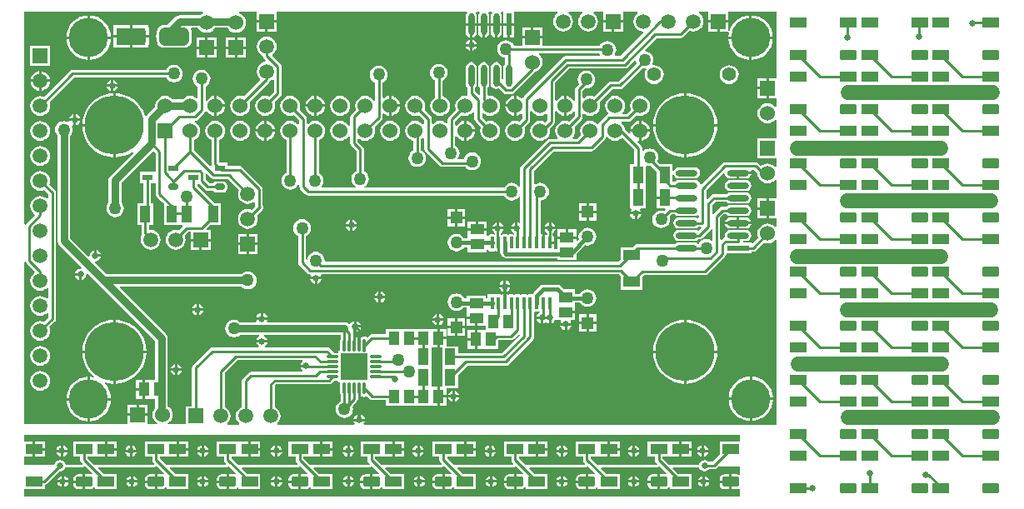
<source format=gtl>
G04 Layer_Physical_Order=1*
G04 Layer_Color=255*
%FSLAX23Y23*%
%MOIN*%
G70*
G01*
G75*
%ADD10R,0.067X0.043*%
%ADD11O,0.016X0.051*%
%ADD12R,0.016X0.051*%
G04:AMPARAMS|DCode=13|XSize=118mil|YSize=71mil|CornerRadius=18mil|HoleSize=0mil|Usage=FLASHONLY|Rotation=180.000|XOffset=0mil|YOffset=0mil|HoleType=Round|Shape=RoundedRectangle|*
%AMROUNDEDRECTD13*
21,1,0.118,0.035,0,0,180.0*
21,1,0.083,0.071,0,0,180.0*
1,1,0.035,-0.041,0.018*
1,1,0.035,0.041,0.018*
1,1,0.035,0.041,-0.018*
1,1,0.035,-0.041,-0.018*
%
%ADD13ROUNDEDRECTD13*%
%ADD14R,0.118X0.071*%
%ADD15R,0.039X0.024*%
G04:AMPARAMS|DCode=16|XSize=24mil|YSize=39mil|CornerRadius=6mil|HoleSize=0mil|Usage=FLASHONLY|Rotation=90.000|XOffset=0mil|YOffset=0mil|HoleType=Round|Shape=RoundedRectangle|*
%AMROUNDEDRECTD16*
21,1,0.024,0.028,0,0,90.0*
21,1,0.012,0.039,0,0,90.0*
1,1,0.012,0.014,0.006*
1,1,0.012,0.014,-0.006*
1,1,0.012,-0.014,-0.006*
1,1,0.012,-0.014,0.006*
%
%ADD16ROUNDEDRECTD16*%
%ADD17O,0.087X0.024*%
%ADD18R,0.087X0.024*%
%ADD19O,0.024X0.087*%
%ADD20R,0.024X0.087*%
%ADD21R,0.043X0.067*%
%ADD22R,0.043X0.055*%
%ADD23R,0.055X0.043*%
G04:AMPARAMS|DCode=24|XSize=12mil|YSize=51mil|CornerRadius=0mil|HoleSize=0mil|Usage=FLASHONLY|Rotation=0.000|XOffset=0mil|YOffset=0mil|HoleType=Round|Shape=Octagon|*
%AMOCTAGOND24*
4,1,8,-0.003,0.026,0.003,0.026,0.006,0.023,0.006,-0.023,0.003,-0.026,-0.003,-0.026,-0.006,-0.023,-0.006,0.023,-0.003,0.026,0.0*
%
%ADD24OCTAGOND24*%

%ADD25O,0.012X0.051*%
%ADD26O,0.051X0.012*%
%ADD27R,0.106X0.106*%
%ADD28C,0.010*%
%ADD29C,0.030*%
%ADD30C,0.015*%
%ADD31R,0.067X0.039*%
%ADD32R,0.067X0.039*%
G04:AMPARAMS|DCode=33|XSize=67mil|YSize=39mil|CornerRadius=10mil|HoleSize=0mil|Usage=FLASHONLY|Rotation=180.000|XOffset=0mil|YOffset=0mil|HoleType=Round|Shape=RoundedRectangle|*
%AMROUNDEDRECTD33*
21,1,0.067,0.020,0,0,180.0*
21,1,0.047,0.039,0,0,180.0*
1,1,0.020,-0.024,0.010*
1,1,0.020,0.024,0.010*
1,1,0.020,0.024,-0.010*
1,1,0.020,-0.024,-0.010*
%
%ADD33ROUNDEDRECTD33*%
%ADD34C,0.060*%
%ADD35C,0.050*%
%ADD36R,0.050X0.050*%
%ADD37C,0.060*%
%ADD38R,0.060X0.060*%
%ADD39R,0.060X0.060*%
%ADD40C,0.055*%
%ADD41R,0.059X0.059*%
%ADD42C,0.059*%
%ADD43R,0.059X0.059*%
%ADD44R,0.050X0.050*%
%ADD45C,0.157*%
%ADD46C,0.236*%
%ADD47C,0.025*%
G36*
X2878Y234D02*
X2797D01*
Y182D01*
X2768Y153D01*
X2753D01*
X2752Y154D01*
X2745Y159D01*
X2736Y161D01*
X2727Y159D01*
X2720Y154D01*
X2715Y147D01*
X2714Y142D01*
X2594D01*
X2568Y168D01*
Y174D01*
X2592D01*
X2596Y174D01*
X2601Y174D01*
X2635D01*
Y204D01*
Y234D01*
X2601D01*
X2597Y234D01*
X2592Y234D01*
X2509D01*
Y174D01*
X2537D01*
Y161D01*
X2539Y155D01*
X2542Y150D01*
X2546Y146D01*
X2544Y142D01*
X2307D01*
X2281Y168D01*
Y174D01*
X2304D01*
X2309Y174D01*
X2314Y174D01*
X2348D01*
Y204D01*
Y234D01*
X2314D01*
X2309Y234D01*
X2304Y234D01*
X2222D01*
Y174D01*
X2250D01*
Y161D01*
X2251Y155D01*
X2255Y150D01*
X2259Y146D01*
X2257Y142D01*
X2019D01*
X1993Y168D01*
Y174D01*
X2017D01*
X2021Y174D01*
X2026Y174D01*
X2060D01*
Y204D01*
Y234D01*
X2026D01*
X2022Y234D01*
X2017Y234D01*
X1934D01*
Y174D01*
X1963D01*
Y161D01*
X1964Y155D01*
X1967Y150D01*
X1971Y146D01*
X1969Y142D01*
X1732D01*
X1706Y168D01*
Y174D01*
X1729D01*
X1734Y174D01*
X1739Y174D01*
X1773D01*
Y204D01*
Y234D01*
X1739D01*
X1734Y234D01*
X1729Y234D01*
X1647D01*
Y174D01*
X1675D01*
Y161D01*
X1676Y155D01*
X1680Y150D01*
X1684Y146D01*
X1682Y142D01*
X1444D01*
X1418Y168D01*
Y174D01*
X1442D01*
X1447Y174D01*
X1452Y174D01*
X1486D01*
Y204D01*
Y234D01*
X1452D01*
X1447Y234D01*
X1442Y234D01*
X1360D01*
Y174D01*
X1388D01*
Y161D01*
X1389Y155D01*
X1392Y150D01*
X1396Y146D01*
X1395Y142D01*
X1157D01*
X1131Y168D01*
Y174D01*
X1155D01*
X1159Y174D01*
X1164Y174D01*
X1198D01*
Y204D01*
Y234D01*
X1164D01*
X1160Y234D01*
X1155Y234D01*
X1072D01*
Y174D01*
X1100D01*
Y161D01*
X1102Y155D01*
X1105Y150D01*
X1109Y146D01*
X1107Y142D01*
X870D01*
X844Y168D01*
Y174D01*
X867D01*
X872Y174D01*
X877Y174D01*
X911D01*
Y204D01*
Y234D01*
X877D01*
X872Y234D01*
X867Y234D01*
X785D01*
Y174D01*
X813D01*
Y161D01*
X814Y155D01*
X818Y150D01*
X822Y146D01*
X820Y142D01*
X582D01*
X556Y168D01*
Y174D01*
X580D01*
X584Y174D01*
X589Y174D01*
X623D01*
Y204D01*
Y234D01*
X589D01*
X585Y234D01*
X580Y234D01*
X497D01*
Y174D01*
X526D01*
Y161D01*
X527Y155D01*
X530Y150D01*
X534Y146D01*
X532Y142D01*
X295D01*
X269Y168D01*
Y174D01*
X292D01*
X297Y174D01*
X302Y174D01*
X336D01*
Y204D01*
Y234D01*
X302D01*
X297Y234D01*
X292Y234D01*
X210D01*
Y174D01*
X238D01*
Y161D01*
X239Y155D01*
X243Y150D01*
X247Y146D01*
X245Y142D01*
X180D01*
X179Y147D01*
X174Y154D01*
X166Y159D01*
X157Y161D01*
X149Y159D01*
X141Y154D01*
X136Y147D01*
X135Y142D01*
X15D01*
Y174D01*
X49D01*
Y204D01*
Y234D01*
X15D01*
Y260D01*
X2878D01*
Y234D01*
D02*
G37*
G36*
Y104D02*
X2873Y101D01*
X2872Y102D01*
X2864Y104D01*
X2845D01*
Y74D01*
Y44D01*
X2864D01*
X2872Y45D01*
X2873Y47D01*
X2878Y44D01*
Y15D01*
X15D01*
Y44D01*
X97D01*
Y59D01*
X99Y60D01*
X104Y63D01*
X156Y115D01*
X157Y115D01*
X166Y117D01*
X174Y122D01*
X179Y129D01*
X179Y132D01*
X180Y132D01*
X245D01*
X249Y132D01*
X251Y134D01*
X259D01*
X286Y107D01*
X283Y103D01*
X277Y104D01*
X259D01*
Y74D01*
Y44D01*
X277D01*
X285Y45D01*
X291Y50D01*
X292Y51D01*
X297Y50D01*
Y44D01*
X384D01*
Y104D01*
X333D01*
X310Y127D01*
X311Y132D01*
X532D01*
X536Y132D01*
X539Y134D01*
X547D01*
X573Y107D01*
X571Y103D01*
X565Y104D01*
X546D01*
Y74D01*
Y44D01*
X565D01*
X572Y45D01*
X579Y50D01*
X580Y51D01*
X585Y50D01*
Y44D01*
X672D01*
Y104D01*
X620D01*
X597Y127D01*
X599Y132D01*
X820D01*
X824Y132D01*
X826Y134D01*
X834D01*
X861Y107D01*
X858Y103D01*
X852Y104D01*
X833D01*
Y74D01*
Y44D01*
X852D01*
X860Y45D01*
X866Y50D01*
X867Y51D01*
X872Y50D01*
Y44D01*
X959D01*
Y104D01*
X908D01*
X884Y127D01*
X886Y132D01*
X1107D01*
X1111Y132D01*
X1113Y134D01*
X1122D01*
X1148Y107D01*
X1146Y103D01*
X1139Y104D01*
X1121D01*
Y74D01*
Y44D01*
X1139D01*
X1147Y45D01*
X1154Y50D01*
X1155Y51D01*
X1160Y50D01*
Y44D01*
X1247D01*
Y104D01*
X1195D01*
X1172Y127D01*
X1174Y132D01*
X1395D01*
X1398Y132D01*
X1401Y134D01*
X1409D01*
X1435Y107D01*
X1433Y103D01*
X1427Y104D01*
X1408D01*
Y74D01*
Y44D01*
X1427D01*
X1435Y45D01*
X1441Y50D01*
X1442Y51D01*
X1447Y50D01*
Y44D01*
X1534D01*
Y104D01*
X1482D01*
X1459Y127D01*
X1461Y132D01*
X1682D01*
X1686Y132D01*
X1688Y134D01*
X1696D01*
X1723Y107D01*
X1720Y103D01*
X1714Y104D01*
X1696D01*
Y74D01*
Y44D01*
X1714D01*
X1722Y45D01*
X1728Y50D01*
X1729Y51D01*
X1734Y50D01*
Y44D01*
X1821D01*
Y104D01*
X1770D01*
X1747Y127D01*
X1748Y132D01*
X1969D01*
X1973Y132D01*
X1976Y134D01*
X1984D01*
X2010Y107D01*
X2008Y103D01*
X2002Y104D01*
X1983D01*
Y74D01*
Y44D01*
X2002D01*
X2009Y45D01*
X2016Y50D01*
X2017Y51D01*
X2022Y50D01*
Y44D01*
X2109D01*
Y104D01*
X2057D01*
X2034Y127D01*
X2036Y132D01*
X2257D01*
X2261Y132D01*
X2263Y134D01*
X2271D01*
X2298Y107D01*
X2295Y103D01*
X2289Y104D01*
X2270D01*
Y74D01*
Y44D01*
X2289D01*
X2297Y45D01*
X2303Y50D01*
X2304Y51D01*
X2309Y50D01*
Y44D01*
X2396D01*
Y104D01*
X2345D01*
X2321Y127D01*
X2323Y132D01*
X2544D01*
X2548Y132D01*
X2550Y134D01*
X2559D01*
X2585Y107D01*
X2583Y103D01*
X2576Y104D01*
X2558D01*
Y74D01*
Y44D01*
X2576D01*
X2584Y45D01*
X2591Y50D01*
X2592Y51D01*
X2597Y50D01*
Y44D01*
X2684D01*
Y104D01*
X2632D01*
X2609Y127D01*
X2611Y132D01*
X2714D01*
X2715Y132D01*
X2715Y129D01*
X2720Y122D01*
X2727Y117D01*
X2736Y115D01*
X2745Y117D01*
X2752Y122D01*
X2753Y123D01*
X2774D01*
X2780Y124D01*
X2785Y127D01*
X2792Y134D01*
X2878D01*
Y104D01*
D02*
G37*
%LPC*%
G36*
X1306Y219D02*
X1302Y218D01*
X1295Y213D01*
X1290Y206D01*
X1289Y202D01*
X1306D01*
Y219D01*
D02*
G37*
G36*
X1029D02*
Y202D01*
X1046D01*
X1045Y206D01*
X1040Y213D01*
X1032Y218D01*
X1029Y219D01*
D02*
G37*
G36*
X1019D02*
X1015Y218D01*
X1007Y213D01*
X1002Y206D01*
X1002Y202D01*
X1019D01*
Y219D01*
D02*
G37*
G36*
X1316D02*
Y202D01*
X1333D01*
X1332Y206D01*
X1327Y213D01*
X1320Y218D01*
X1316Y219D01*
D02*
G37*
G36*
X1873D02*
X1869Y218D01*
X1862Y213D01*
X1857Y206D01*
X1856Y202D01*
X1873D01*
Y219D01*
D02*
G37*
G36*
X1596D02*
Y202D01*
X1612D01*
X1612Y206D01*
X1607Y213D01*
X1599Y218D01*
X1596Y219D01*
D02*
G37*
G36*
X1586D02*
X1582Y218D01*
X1574Y213D01*
X1569Y206D01*
X1569Y202D01*
X1586D01*
Y219D01*
D02*
G37*
G36*
X733D02*
Y202D01*
X750D01*
X750Y206D01*
X745Y213D01*
X737Y218D01*
X733Y219D01*
D02*
G37*
G36*
X160D02*
X157Y218D01*
X149Y213D01*
X144Y206D01*
X143Y202D01*
X160D01*
Y219D01*
D02*
G37*
G36*
X2750Y192D02*
X2733D01*
Y175D01*
X2737Y176D01*
X2745Y181D01*
X2750Y188D01*
X2750Y192D01*
D02*
G37*
G36*
X2723D02*
X2706D01*
X2707Y188D01*
X2712Y181D01*
X2720Y176D01*
X2723Y175D01*
Y192D01*
D02*
G37*
G36*
X170Y219D02*
Y202D01*
X187D01*
X187Y206D01*
X182Y213D01*
X174Y218D01*
X170Y219D01*
D02*
G37*
G36*
X723D02*
X720Y218D01*
X712Y213D01*
X707Y206D01*
X706Y202D01*
X723D01*
Y219D01*
D02*
G37*
G36*
X446D02*
Y202D01*
X463D01*
X462Y206D01*
X457Y213D01*
X450Y218D01*
X446Y219D01*
D02*
G37*
G36*
X436D02*
X432Y218D01*
X425Y213D01*
X420Y206D01*
X419Y202D01*
X436D01*
Y219D01*
D02*
G37*
G36*
X1208Y234D02*
Y209D01*
X1247D01*
Y234D01*
X1208D01*
D02*
G37*
G36*
X346D02*
Y209D01*
X384D01*
Y234D01*
X346D01*
D02*
G37*
G36*
X1496D02*
Y209D01*
X1534D01*
Y234D01*
X1496D01*
D02*
G37*
G36*
X97D02*
X59D01*
Y209D01*
X97D01*
Y234D01*
D02*
G37*
G36*
X2070D02*
Y209D01*
X2109D01*
Y234D01*
X2070D01*
D02*
G37*
G36*
X2358D02*
Y209D01*
X2396D01*
Y234D01*
X2358D01*
D02*
G37*
G36*
X921D02*
Y209D01*
X959D01*
Y234D01*
X921D01*
D02*
G37*
G36*
X633D02*
Y209D01*
X672D01*
Y234D01*
X633D01*
D02*
G37*
G36*
X2170Y219D02*
Y202D01*
X2187D01*
X2187Y206D01*
X2182Y213D01*
X2174Y218D01*
X2170Y219D01*
D02*
G37*
G36*
X2160D02*
X2157Y218D01*
X2149Y213D01*
X2144Y206D01*
X2143Y202D01*
X2160D01*
Y219D01*
D02*
G37*
G36*
X1883D02*
Y202D01*
X1900D01*
X1899Y206D01*
X1894Y213D01*
X1887Y218D01*
X1883Y219D01*
D02*
G37*
G36*
X2448D02*
X2444Y218D01*
X2437Y213D01*
X2432Y206D01*
X2431Y202D01*
X2448D01*
Y219D01*
D02*
G37*
G36*
X2733D02*
Y202D01*
X2750D01*
X2750Y206D01*
X2745Y213D01*
X2737Y218D01*
X2733Y219D01*
D02*
G37*
G36*
X2723D02*
X2720Y218D01*
X2712Y213D01*
X2707Y206D01*
X2706Y202D01*
X2723D01*
Y219D01*
D02*
G37*
G36*
X2458D02*
Y202D01*
X2475D01*
X2474Y206D01*
X2469Y213D01*
X2462Y218D01*
X2458Y219D01*
D02*
G37*
G36*
X2396Y199D02*
X2358D01*
Y174D01*
X2396D01*
Y199D01*
D02*
G37*
G36*
X2109D02*
X2070D01*
Y174D01*
X2109D01*
Y199D01*
D02*
G37*
G36*
X1821D02*
X1783D01*
Y174D01*
X1821D01*
Y199D01*
D02*
G37*
G36*
X2684D02*
X2645D01*
Y174D01*
X2684D01*
Y199D01*
D02*
G37*
G36*
X436Y192D02*
X419D01*
X420Y188D01*
X425Y181D01*
X432Y176D01*
X436Y175D01*
Y192D01*
D02*
G37*
G36*
X187D02*
X170D01*
Y175D01*
X174Y176D01*
X182Y181D01*
X187Y188D01*
X187Y192D01*
D02*
G37*
G36*
X160D02*
X143D01*
X144Y188D01*
X149Y181D01*
X157Y176D01*
X160Y175D01*
Y192D01*
D02*
G37*
G36*
X1534Y199D02*
X1496D01*
Y174D01*
X1534D01*
Y199D01*
D02*
G37*
G36*
X97D02*
X59D01*
Y174D01*
X97D01*
Y199D01*
D02*
G37*
G36*
X1783Y234D02*
Y209D01*
X1821D01*
Y234D01*
X1783D01*
D02*
G37*
G36*
X2645D02*
Y209D01*
X2684D01*
Y234D01*
X2645D01*
D02*
G37*
G36*
X384Y199D02*
X346D01*
Y174D01*
X384D01*
Y199D01*
D02*
G37*
G36*
X1247D02*
X1208D01*
Y174D01*
X1247D01*
Y199D01*
D02*
G37*
G36*
X959D02*
X921D01*
Y174D01*
X959D01*
Y199D01*
D02*
G37*
G36*
X672D02*
X633D01*
Y174D01*
X672D01*
Y199D01*
D02*
G37*
G36*
X1900Y192D02*
X1883D01*
Y175D01*
X1887Y176D01*
X1894Y181D01*
X1899Y188D01*
X1900Y192D01*
D02*
G37*
G36*
X1873D02*
X1856D01*
X1857Y188D01*
X1862Y181D01*
X1869Y176D01*
X1873Y175D01*
Y192D01*
D02*
G37*
G36*
X1612D02*
X1596D01*
Y175D01*
X1599Y176D01*
X1607Y181D01*
X1612Y188D01*
X1612Y192D01*
D02*
G37*
G36*
X2160D02*
X2143D01*
X2144Y188D01*
X2149Y181D01*
X2157Y176D01*
X2160Y175D01*
Y192D01*
D02*
G37*
G36*
X2475D02*
X2458D01*
Y175D01*
X2462Y176D01*
X2469Y181D01*
X2474Y188D01*
X2475Y192D01*
D02*
G37*
G36*
X2448D02*
X2431D01*
X2432Y188D01*
X2437Y181D01*
X2444Y176D01*
X2448Y175D01*
Y192D01*
D02*
G37*
G36*
X2187D02*
X2170D01*
Y175D01*
X2174Y176D01*
X2182Y181D01*
X2187Y188D01*
X2187Y192D01*
D02*
G37*
G36*
X1586D02*
X1569D01*
X1569Y188D01*
X1574Y181D01*
X1582Y176D01*
X1586Y175D01*
Y192D01*
D02*
G37*
G36*
X750D02*
X733D01*
Y175D01*
X737Y176D01*
X745Y181D01*
X750Y188D01*
X750Y192D01*
D02*
G37*
G36*
X723D02*
X706D01*
X707Y188D01*
X712Y181D01*
X720Y176D01*
X723Y175D01*
Y192D01*
D02*
G37*
G36*
X463D02*
X446D01*
Y175D01*
X450Y176D01*
X457Y181D01*
X462Y188D01*
X463Y192D01*
D02*
G37*
G36*
X1019D02*
X1002D01*
X1002Y188D01*
X1007Y181D01*
X1015Y176D01*
X1019Y175D01*
Y192D01*
D02*
G37*
G36*
X1333D02*
X1316D01*
Y175D01*
X1320Y176D01*
X1327Y181D01*
X1332Y188D01*
X1333Y192D01*
D02*
G37*
G36*
X1306D02*
X1289D01*
X1290Y188D01*
X1295Y181D01*
X1302Y176D01*
X1306Y175D01*
Y192D01*
D02*
G37*
G36*
X1046D02*
X1029D01*
Y175D01*
X1032Y176D01*
X1040Y181D01*
X1045Y188D01*
X1046Y192D01*
D02*
G37*
G36*
X164Y97D02*
X161Y96D01*
X153Y91D01*
X148Y84D01*
X147Y80D01*
X164D01*
Y97D01*
D02*
G37*
G36*
X1398Y104D02*
X1380D01*
X1372Y102D01*
X1365Y98D01*
X1361Y91D01*
X1359Y84D01*
Y79D01*
X1398D01*
Y104D01*
D02*
G37*
G36*
X536D02*
X517D01*
X510Y102D01*
X503Y98D01*
X499Y91D01*
X497Y84D01*
Y79D01*
X536D01*
Y104D01*
D02*
G37*
G36*
X174Y97D02*
Y80D01*
X191D01*
X190Y84D01*
X186Y91D01*
X178Y96D01*
X174Y97D01*
D02*
G37*
G36*
X723D02*
X720Y96D01*
X712Y91D01*
X707Y84D01*
X706Y80D01*
X723D01*
Y97D01*
D02*
G37*
G36*
X450D02*
Y80D01*
X467D01*
X466Y84D01*
X461Y91D01*
X454Y96D01*
X450Y97D01*
D02*
G37*
G36*
X440D02*
X436Y96D01*
X429Y91D01*
X424Y84D01*
X423Y80D01*
X440D01*
Y97D01*
D02*
G37*
G36*
X1686Y104D02*
X1667D01*
X1659Y102D01*
X1653Y98D01*
X1648Y91D01*
X1647Y84D01*
Y79D01*
X1686D01*
Y104D01*
D02*
G37*
G36*
X2835D02*
X2817D01*
X2809Y102D01*
X2802Y98D01*
X2798Y91D01*
X2796Y84D01*
Y79D01*
X2835D01*
Y104D01*
D02*
G37*
G36*
X1973D02*
X1954D01*
X1947Y102D01*
X1940Y98D01*
X1936Y91D01*
X1934Y84D01*
Y79D01*
X1973D01*
Y104D01*
D02*
G37*
G36*
X2548D02*
X2529D01*
X2521Y102D01*
X2515Y98D01*
X2510Y91D01*
X2509Y84D01*
Y79D01*
X2548D01*
Y104D01*
D02*
G37*
G36*
X2260D02*
X2242D01*
X2234Y102D01*
X2227Y98D01*
X2223Y91D01*
X2222Y84D01*
Y79D01*
X2260D01*
Y104D01*
D02*
G37*
G36*
X1111D02*
X1092D01*
X1084Y102D01*
X1078Y98D01*
X1073Y91D01*
X1072Y84D01*
Y79D01*
X1111D01*
Y104D01*
D02*
G37*
G36*
X823D02*
X805D01*
X797Y102D01*
X790Y98D01*
X786Y91D01*
X784Y84D01*
Y79D01*
X823D01*
Y104D01*
D02*
G37*
G36*
X249D02*
X230D01*
X222Y102D01*
X216Y98D01*
X211Y91D01*
X210Y84D01*
Y79D01*
X249D01*
Y104D01*
D02*
G37*
G36*
X2170Y97D02*
Y80D01*
X2187D01*
X2187Y84D01*
X2182Y91D01*
X2174Y96D01*
X2170Y97D01*
D02*
G37*
G36*
X2160D02*
X2157Y96D01*
X2149Y91D01*
X2144Y84D01*
X2143Y80D01*
X2160D01*
Y97D01*
D02*
G37*
G36*
X1887D02*
Y80D01*
X1904D01*
X1903Y84D01*
X1898Y91D01*
X1891Y96D01*
X1887Y97D01*
D02*
G37*
G36*
X2448D02*
X2444Y96D01*
X2437Y91D01*
X2432Y84D01*
X2431Y80D01*
X2448D01*
Y97D01*
D02*
G37*
G36*
X2737D02*
Y80D01*
X2754D01*
X2753Y84D01*
X2749Y91D01*
X2741Y96D01*
X2737Y97D01*
D02*
G37*
G36*
X2727D02*
X2724Y96D01*
X2716Y91D01*
X2711Y84D01*
X2710Y80D01*
X2727D01*
Y97D01*
D02*
G37*
G36*
X2458D02*
Y80D01*
X2475D01*
X2474Y84D01*
X2469Y91D01*
X2462Y96D01*
X2458Y97D01*
D02*
G37*
G36*
X1877D02*
X1873Y96D01*
X1866Y91D01*
X1861Y84D01*
X1860Y80D01*
X1877D01*
Y97D01*
D02*
G37*
G36*
X1029D02*
Y80D01*
X1046D01*
X1045Y84D01*
X1040Y91D01*
X1032Y96D01*
X1029Y97D01*
D02*
G37*
G36*
X1019D02*
X1015Y96D01*
X1007Y91D01*
X1002Y84D01*
X1002Y80D01*
X1019D01*
Y97D01*
D02*
G37*
G36*
X733D02*
Y80D01*
X750D01*
X750Y84D01*
X745Y91D01*
X737Y96D01*
X733Y97D01*
D02*
G37*
G36*
X1306D02*
X1302Y96D01*
X1295Y91D01*
X1290Y84D01*
X1289Y80D01*
X1306D01*
Y97D01*
D02*
G37*
G36*
X1599D02*
Y80D01*
X1616D01*
X1616Y84D01*
X1611Y91D01*
X1603Y96D01*
X1599Y97D01*
D02*
G37*
G36*
X1589D02*
X1586Y96D01*
X1578Y91D01*
X1573Y84D01*
X1573Y80D01*
X1589D01*
Y97D01*
D02*
G37*
G36*
X1316D02*
Y80D01*
X1333D01*
X1332Y84D01*
X1327Y91D01*
X1320Y96D01*
X1316Y97D01*
D02*
G37*
G36*
X164Y70D02*
X147D01*
X148Y66D01*
X153Y59D01*
X161Y54D01*
X164Y53D01*
Y70D01*
D02*
G37*
G36*
X2835Y69D02*
X2796D01*
Y64D01*
X2798Y56D01*
X2802Y50D01*
X2809Y45D01*
X2817Y44D01*
X2835D01*
Y69D01*
D02*
G37*
G36*
X2548D02*
X2509D01*
Y64D01*
X2510Y56D01*
X2515Y50D01*
X2521Y45D01*
X2529Y44D01*
X2548D01*
Y69D01*
D02*
G37*
G36*
X191Y70D02*
X174D01*
Y53D01*
X178Y54D01*
X186Y59D01*
X190Y66D01*
X191Y70D01*
D02*
G37*
G36*
X723D02*
X706D01*
X707Y66D01*
X712Y59D01*
X720Y54D01*
X723Y53D01*
Y70D01*
D02*
G37*
G36*
X467D02*
X450D01*
Y53D01*
X454Y54D01*
X461Y59D01*
X466Y66D01*
X467Y70D01*
D02*
G37*
G36*
X440D02*
X423D01*
X424Y66D01*
X429Y59D01*
X436Y54D01*
X440Y53D01*
Y70D01*
D02*
G37*
G36*
X2260Y69D02*
X2222D01*
Y64D01*
X2223Y56D01*
X2227Y50D01*
X2234Y45D01*
X2242Y44D01*
X2260D01*
Y69D01*
D02*
G37*
G36*
X823D02*
X784D01*
Y64D01*
X786Y56D01*
X790Y50D01*
X797Y45D01*
X805Y44D01*
X823D01*
Y69D01*
D02*
G37*
G36*
X536D02*
X497D01*
Y64D01*
X499Y56D01*
X503Y50D01*
X510Y45D01*
X517Y44D01*
X536D01*
Y69D01*
D02*
G37*
G36*
X249D02*
X210D01*
Y64D01*
X211Y56D01*
X216Y50D01*
X222Y45D01*
X230Y44D01*
X249D01*
Y69D01*
D02*
G37*
G36*
X1111D02*
X1072D01*
Y64D01*
X1073Y56D01*
X1078Y50D01*
X1084Y45D01*
X1092Y44D01*
X1111D01*
Y69D01*
D02*
G37*
G36*
X1973D02*
X1934D01*
Y64D01*
X1936Y56D01*
X1940Y50D01*
X1947Y45D01*
X1954Y44D01*
X1973D01*
Y69D01*
D02*
G37*
G36*
X1686D02*
X1647D01*
Y64D01*
X1648Y56D01*
X1653Y50D01*
X1659Y45D01*
X1667Y44D01*
X1686D01*
Y69D01*
D02*
G37*
G36*
X1398D02*
X1359D01*
Y64D01*
X1361Y56D01*
X1365Y50D01*
X1372Y45D01*
X1380Y44D01*
X1398D01*
Y69D01*
D02*
G37*
G36*
X2187Y70D02*
X2170D01*
Y53D01*
X2174Y54D01*
X2182Y59D01*
X2187Y66D01*
X2187Y70D01*
D02*
G37*
G36*
X2160D02*
X2143D01*
X2144Y66D01*
X2149Y59D01*
X2157Y54D01*
X2160Y53D01*
Y70D01*
D02*
G37*
G36*
X1904D02*
X1887D01*
Y53D01*
X1891Y54D01*
X1898Y59D01*
X1903Y66D01*
X1904Y70D01*
D02*
G37*
G36*
X2448D02*
X2431D01*
X2432Y66D01*
X2437Y59D01*
X2444Y54D01*
X2448Y53D01*
Y70D01*
D02*
G37*
G36*
X2754D02*
X2737D01*
Y53D01*
X2741Y54D01*
X2749Y59D01*
X2753Y66D01*
X2754Y70D01*
D02*
G37*
G36*
X2727D02*
X2710D01*
X2711Y66D01*
X2716Y59D01*
X2724Y54D01*
X2727Y53D01*
Y70D01*
D02*
G37*
G36*
X2475D02*
X2458D01*
Y53D01*
X2462Y54D01*
X2469Y59D01*
X2474Y66D01*
X2475Y70D01*
D02*
G37*
G36*
X1877D02*
X1860D01*
X1861Y66D01*
X1866Y59D01*
X1873Y54D01*
X1877Y53D01*
Y70D01*
D02*
G37*
G36*
X1046D02*
X1029D01*
Y53D01*
X1032Y54D01*
X1040Y59D01*
X1045Y66D01*
X1046Y70D01*
D02*
G37*
G36*
X1019D02*
X1002D01*
X1002Y66D01*
X1007Y59D01*
X1015Y54D01*
X1019Y53D01*
Y70D01*
D02*
G37*
G36*
X750D02*
X733D01*
Y53D01*
X737Y54D01*
X745Y59D01*
X750Y66D01*
X750Y70D01*
D02*
G37*
G36*
X1306D02*
X1289D01*
X1290Y66D01*
X1295Y59D01*
X1302Y54D01*
X1306Y53D01*
Y70D01*
D02*
G37*
G36*
X1616D02*
X1599D01*
Y53D01*
X1603Y54D01*
X1611Y59D01*
X1616Y66D01*
X1616Y70D01*
D02*
G37*
G36*
X1589D02*
X1573D01*
X1573Y66D01*
X1578Y59D01*
X1586Y54D01*
X1589Y53D01*
Y70D01*
D02*
G37*
G36*
X1333D02*
X1316D01*
Y53D01*
X1320Y54D01*
X1327Y59D01*
X1332Y66D01*
X1333Y70D01*
D02*
G37*
%LPD*%
G36*
X3023Y1691D02*
X3020Y1688D01*
X2993D01*
Y1648D01*
Y1608D01*
X3023D01*
X3023Y1576D01*
X3018Y1574D01*
X3017Y1576D01*
X3008Y1583D01*
X2999Y1587D01*
X2988Y1588D01*
X2978Y1587D01*
X2968Y1583D01*
X2960Y1576D01*
X2953Y1568D01*
X2949Y1558D01*
X2948Y1548D01*
X2949Y1537D01*
X2953Y1527D01*
X2960Y1519D01*
X2968Y1513D01*
X2978Y1509D01*
X2988Y1507D01*
X2999Y1509D01*
X3008Y1513D01*
X3017Y1519D01*
X3018Y1521D01*
X3023Y1520D01*
X3024Y1451D01*
X3020Y1447D01*
X2948D01*
Y1367D01*
X3024D01*
X3024Y1335D01*
X3019Y1334D01*
X3017Y1336D01*
X3008Y1342D01*
X2999Y1346D01*
X2988Y1348D01*
X2978Y1346D01*
X2968Y1342D01*
X2962Y1338D01*
X2952Y1347D01*
X2947Y1351D01*
X2941Y1352D01*
X2819D01*
X2813Y1351D01*
X2808Y1347D01*
X2724Y1263D01*
X2718Y1265D01*
X2717Y1268D01*
X2713Y1275D01*
X2705Y1280D01*
X2697Y1282D01*
X2634D01*
X2625Y1280D01*
X2618Y1275D01*
X2618Y1275D01*
X2608D01*
Y1300D01*
X2613Y1301D01*
X2613Y1301D01*
X2618Y1294D01*
X2625Y1289D01*
X2634Y1287D01*
X2697D01*
X2705Y1289D01*
X2713Y1294D01*
X2717Y1301D01*
X2719Y1309D01*
X2717Y1318D01*
X2713Y1325D01*
X2705Y1330D01*
X2697Y1332D01*
X2634D01*
X2625Y1330D01*
X2618Y1325D01*
X2613Y1318D01*
X2613Y1318D01*
X2608Y1319D01*
Y1345D01*
X2556D01*
X2546Y1355D01*
X2550Y1363D01*
X2551Y1372D01*
X2550Y1381D01*
X2546Y1390D01*
X2541Y1397D01*
X2533Y1403D01*
X2525Y1406D01*
X2516Y1407D01*
X2507Y1406D01*
X2498Y1403D01*
X2491Y1397D01*
X2491Y1397D01*
X2486Y1398D01*
Y1409D01*
X2485Y1415D01*
X2481Y1420D01*
X2468Y1434D01*
X2470Y1438D01*
X2474Y1438D01*
Y1473D01*
X2439D01*
X2440Y1469D01*
X2435Y1467D01*
X2418Y1483D01*
X2418Y1488D01*
X2414Y1498D01*
X2407Y1506D01*
X2403Y1509D01*
X2405Y1514D01*
X2431D01*
X2437Y1515D01*
X2442Y1519D01*
X2463Y1541D01*
X2468Y1539D01*
X2479Y1537D01*
X2489Y1539D01*
X2499Y1543D01*
X2507Y1549D01*
X2514Y1557D01*
X2518Y1567D01*
X2519Y1578D01*
X2518Y1588D01*
X2514Y1598D01*
X2507Y1606D01*
X2499Y1612D01*
X2489Y1617D01*
X2479Y1618D01*
X2468Y1617D01*
X2459Y1612D01*
X2450Y1606D01*
X2444Y1598D01*
X2440Y1588D01*
X2438Y1578D01*
X2440Y1567D01*
X2442Y1562D01*
X2424Y1545D01*
X2409D01*
X2408Y1550D01*
X2414Y1557D01*
X2418Y1567D01*
X2419Y1578D01*
X2418Y1588D01*
X2414Y1598D01*
X2407Y1606D01*
X2399Y1612D01*
X2389Y1617D01*
X2379Y1618D01*
X2368Y1617D01*
X2359Y1612D01*
X2350Y1606D01*
X2344Y1598D01*
X2340Y1588D01*
X2338Y1578D01*
X2340Y1567D01*
X2344Y1557D01*
X2350Y1549D01*
X2349Y1544D01*
X2348Y1544D01*
X2344Y1540D01*
X2316Y1513D01*
X2313Y1508D01*
X2313Y1507D01*
X2307Y1506D01*
X2299Y1512D01*
X2289Y1517D01*
X2279Y1518D01*
X2268Y1517D01*
X2259Y1512D01*
X2250Y1506D01*
X2244Y1498D01*
X2240Y1488D01*
X2238Y1478D01*
X2240Y1467D01*
X2242Y1462D01*
X2226Y1446D01*
X2212D01*
X2209Y1451D01*
X2214Y1457D01*
X2218Y1467D01*
X2219Y1478D01*
X2218Y1488D01*
X2216Y1493D01*
X2245Y1522D01*
X2248Y1527D01*
X2249Y1533D01*
Y1544D01*
X2254Y1546D01*
X2259Y1543D01*
X2268Y1539D01*
X2279Y1537D01*
X2289Y1539D01*
X2299Y1543D01*
X2307Y1549D01*
X2314Y1557D01*
X2318Y1567D01*
X2319Y1578D01*
X2318Y1588D01*
X2316Y1593D01*
X2368Y1645D01*
X2399D01*
X2405Y1646D01*
X2410Y1649D01*
X2488Y1728D01*
X2496Y1727D01*
X2500Y1727D01*
X2503Y1722D01*
X2502Y1722D01*
X2498Y1713D01*
X2497Y1703D01*
X2498Y1693D01*
X2502Y1684D01*
X2508Y1676D01*
X2516Y1670D01*
X2525Y1666D01*
X2535Y1665D01*
X2545Y1666D01*
X2554Y1670D01*
X2562Y1676D01*
X2568Y1684D01*
X2572Y1693D01*
X2573Y1703D01*
X2572Y1713D01*
X2568Y1722D01*
X2562Y1730D01*
X2554Y1736D01*
X2545Y1739D01*
X2535Y1741D01*
X2530Y1740D01*
X2528Y1743D01*
X2527Y1745D01*
X2530Y1753D01*
X2531Y1762D01*
X2530Y1771D01*
X2527Y1779D01*
X2521Y1787D01*
X2514Y1792D01*
X2505Y1796D01*
X2500Y1797D01*
X2499Y1802D01*
X2546Y1849D01*
X2640D01*
X2646Y1850D01*
X2651Y1853D01*
X2676Y1879D01*
X2681Y1877D01*
X2691Y1875D01*
X2702Y1877D01*
X2711Y1881D01*
X2720Y1887D01*
X2726Y1895D01*
X2730Y1905D01*
X2731Y1915D01*
X2730Y1926D01*
X2726Y1935D01*
X2720Y1944D01*
X2713Y1948D01*
X2715Y1953D01*
X2752D01*
Y1920D01*
X2791D01*
X2831D01*
Y1953D01*
X3023D01*
X3023Y1691D01*
D02*
G37*
G36*
X2469Y1948D02*
X2463Y1944D01*
X2457Y1935D01*
X2453Y1926D01*
X2451Y1915D01*
X2453Y1905D01*
X2457Y1895D01*
X2463Y1887D01*
X2471Y1881D01*
X2481Y1877D01*
X2491Y1876D01*
X2493Y1871D01*
X2399Y1777D01*
X2378D01*
X2376Y1782D01*
X2378Y1784D01*
X2381Y1793D01*
X2383Y1802D01*
X2381Y1811D01*
X2378Y1819D01*
X2372Y1827D01*
X2365Y1832D01*
X2357Y1836D01*
X2347Y1837D01*
X2338Y1836D01*
X2330Y1832D01*
X2322Y1827D01*
X2317Y1819D01*
X2316Y1818D01*
X2087D01*
Y1847D01*
X2047D01*
Y1852D01*
D01*
Y1847D01*
X2007D01*
Y1818D01*
X1973D01*
X1972Y1823D01*
X1966Y1830D01*
X1959Y1836D01*
X1950Y1839D01*
X1941Y1840D01*
X1932Y1839D01*
X1923Y1836D01*
X1916Y1830D01*
X1910Y1823D01*
X1907Y1814D01*
X1906Y1805D01*
X1907Y1796D01*
X1910Y1787D01*
X1916Y1780D01*
X1923Y1775D01*
X1932Y1771D01*
X1938Y1770D01*
Y1746D01*
X1937Y1746D01*
X1932Y1739D01*
X1931Y1730D01*
Y1685D01*
X1926Y1683D01*
X1925Y1683D01*
Y1730D01*
X1923Y1739D01*
X1919Y1746D01*
X1911Y1751D01*
X1903Y1753D01*
X1894Y1751D01*
X1887Y1746D01*
X1882Y1739D01*
X1881Y1730D01*
Y1667D01*
X1882Y1659D01*
X1887Y1652D01*
X1894Y1647D01*
X1903Y1645D01*
X1911Y1647D01*
X1913Y1648D01*
X1931Y1630D01*
X1936Y1626D01*
X1942Y1625D01*
X1964D01*
X1970Y1626D01*
X1975Y1630D01*
X2058Y1713D01*
X2059Y1714D01*
X2067Y1717D01*
X2076Y1724D01*
X2082Y1732D01*
X2086Y1742D01*
X2088Y1752D01*
X2086Y1763D01*
X2082Y1773D01*
X2076Y1781D01*
X2073Y1783D01*
X2075Y1788D01*
X2315D01*
X2317Y1784D01*
X2319Y1782D01*
X2317Y1777D01*
X2180D01*
X2175Y1776D01*
X2170Y1773D01*
X2013Y1616D01*
X2010Y1611D01*
X2010Y1611D01*
X2004Y1609D01*
X1999Y1612D01*
X1989Y1617D01*
X1984Y1617D01*
Y1578D01*
Y1538D01*
X1989Y1539D01*
X1999Y1543D01*
X2003Y1546D01*
X2008Y1544D01*
Y1528D01*
X1995Y1514D01*
X1989Y1517D01*
X1979Y1518D01*
X1968Y1517D01*
X1959Y1512D01*
X1950Y1506D01*
X1944Y1498D01*
X1940Y1488D01*
X1938Y1478D01*
X1940Y1467D01*
X1944Y1457D01*
X1950Y1449D01*
X1959Y1443D01*
X1968Y1439D01*
X1979Y1437D01*
X1989Y1439D01*
X1999Y1443D01*
X2007Y1449D01*
X2014Y1457D01*
X2018Y1467D01*
X2019Y1478D01*
X2018Y1488D01*
X2016Y1492D01*
X2035Y1511D01*
X2038Y1516D01*
X2039Y1522D01*
Y1555D01*
X2044Y1557D01*
X2044Y1557D01*
X2050Y1549D01*
X2059Y1543D01*
X2068Y1539D01*
X2079Y1537D01*
X2089Y1539D01*
X2099Y1543D01*
X2103Y1546D01*
X2108Y1544D01*
Y1522D01*
X2099Y1512D01*
X2099Y1512D01*
X2089Y1517D01*
X2079Y1518D01*
X2068Y1517D01*
X2059Y1512D01*
X2050Y1506D01*
X2044Y1498D01*
X2040Y1488D01*
X2038Y1478D01*
X2040Y1467D01*
X2044Y1457D01*
X2050Y1449D01*
X2059Y1443D01*
X2068Y1439D01*
X2079Y1437D01*
X2089Y1439D01*
X2099Y1443D01*
X2107Y1449D01*
X2114Y1457D01*
X2118Y1467D01*
X2119Y1478D01*
X2118Y1488D01*
X2135Y1505D01*
X2138Y1510D01*
X2139Y1515D01*
Y1555D01*
X2144Y1557D01*
X2144Y1557D01*
X2150Y1549D01*
X2159Y1543D01*
X2168Y1539D01*
X2174Y1538D01*
Y1578D01*
Y1617D01*
X2168Y1617D01*
X2159Y1612D01*
X2150Y1606D01*
X2144Y1598D01*
X2144Y1598D01*
X2139Y1601D01*
Y1671D01*
X2195Y1727D01*
X2417D01*
X2423Y1728D01*
X2428Y1731D01*
X2456Y1759D01*
X2461Y1757D01*
X2462Y1753D01*
X2464Y1747D01*
X2393Y1675D01*
X2361D01*
X2356Y1674D01*
X2351Y1671D01*
X2294Y1615D01*
X2289Y1617D01*
X2279Y1618D01*
X2268Y1617D01*
X2259Y1612D01*
X2254Y1609D01*
X2249Y1611D01*
Y1639D01*
X2259Y1648D01*
X2264Y1648D01*
X2273Y1649D01*
X2281Y1652D01*
X2289Y1658D01*
X2294Y1665D01*
X2298Y1674D01*
X2299Y1683D01*
X2298Y1692D01*
X2294Y1701D01*
X2289Y1708D01*
X2281Y1714D01*
X2273Y1717D01*
X2264Y1718D01*
X2255Y1717D01*
X2246Y1714D01*
X2239Y1708D01*
X2233Y1701D01*
X2230Y1692D01*
X2228Y1683D01*
X2230Y1674D01*
X2233Y1666D01*
X2223Y1656D01*
X2220Y1651D01*
X2218Y1645D01*
Y1601D01*
X2214Y1598D01*
X2213Y1598D01*
X2207Y1606D01*
X2199Y1612D01*
X2189Y1617D01*
X2184Y1617D01*
Y1578D01*
Y1538D01*
X2189Y1539D01*
X2199Y1543D01*
X2207Y1549D01*
X2213Y1557D01*
X2214Y1557D01*
X2218Y1555D01*
Y1539D01*
X2194Y1515D01*
X2189Y1517D01*
X2179Y1518D01*
X2168Y1517D01*
X2159Y1512D01*
X2150Y1506D01*
X2144Y1498D01*
X2140Y1488D01*
X2138Y1478D01*
X2140Y1467D01*
X2144Y1457D01*
X2148Y1451D01*
X2146Y1446D01*
X2117D01*
X2112Y1445D01*
X2107Y1442D01*
X2003Y1338D01*
X2000Y1333D01*
X1998Y1327D01*
Y1256D01*
X1993Y1254D01*
X1990Y1259D01*
X1982Y1265D01*
X1974Y1268D01*
X1965Y1270D01*
X1955Y1268D01*
X1947Y1265D01*
X1940Y1259D01*
X1934Y1252D01*
X1933Y1250D01*
X1376D01*
X1375Y1255D01*
X1376Y1255D01*
X1383Y1260D01*
X1389Y1268D01*
X1392Y1276D01*
X1394Y1285D01*
X1392Y1295D01*
X1389Y1303D01*
X1383Y1310D01*
X1376Y1316D01*
X1374Y1317D01*
Y1402D01*
X1374Y1403D01*
X1374Y1403D01*
X1374Y1403D01*
X1373Y1406D01*
X1373Y1409D01*
X1373Y1409D01*
X1373Y1409D01*
X1371Y1411D01*
X1369Y1414D01*
X1369Y1414D01*
X1369Y1414D01*
X1349Y1434D01*
Y1444D01*
X1354Y1446D01*
X1359Y1443D01*
X1368Y1439D01*
X1379Y1437D01*
X1389Y1439D01*
X1399Y1443D01*
X1407Y1449D01*
X1414Y1457D01*
X1418Y1467D01*
X1419Y1478D01*
X1418Y1488D01*
X1416Y1493D01*
X1444Y1521D01*
X1447Y1526D01*
X1448Y1532D01*
Y1544D01*
X1453Y1547D01*
X1459Y1543D01*
X1468Y1539D01*
X1474Y1538D01*
Y1578D01*
Y1617D01*
X1468Y1617D01*
X1459Y1612D01*
X1453Y1609D01*
X1448Y1611D01*
Y1671D01*
X1451Y1672D01*
X1458Y1678D01*
X1464Y1685D01*
X1467Y1694D01*
X1468Y1703D01*
X1467Y1712D01*
X1464Y1720D01*
X1458Y1728D01*
X1451Y1733D01*
X1442Y1737D01*
X1433Y1738D01*
X1424Y1737D01*
X1415Y1733D01*
X1408Y1728D01*
X1402Y1720D01*
X1399Y1712D01*
X1398Y1703D01*
X1399Y1694D01*
X1402Y1685D01*
X1408Y1678D01*
X1415Y1672D01*
X1418Y1671D01*
Y1600D01*
X1413Y1599D01*
X1407Y1606D01*
X1399Y1612D01*
X1389Y1617D01*
X1379Y1618D01*
X1368Y1617D01*
X1359Y1612D01*
X1350Y1606D01*
X1344Y1598D01*
X1340Y1588D01*
X1338Y1578D01*
X1340Y1567D01*
X1342Y1562D01*
X1323Y1543D01*
X1320Y1538D01*
X1318Y1533D01*
Y1501D01*
X1314Y1498D01*
X1313Y1498D01*
X1307Y1506D01*
X1299Y1512D01*
X1289Y1517D01*
X1279Y1518D01*
X1268Y1517D01*
X1259Y1512D01*
X1250Y1506D01*
X1244Y1498D01*
X1240Y1488D01*
X1238Y1478D01*
X1240Y1467D01*
X1244Y1457D01*
X1250Y1449D01*
X1259Y1443D01*
X1268Y1439D01*
X1279Y1437D01*
X1289Y1439D01*
X1299Y1443D01*
X1307Y1449D01*
X1313Y1457D01*
X1314Y1457D01*
X1318Y1455D01*
Y1428D01*
X1320Y1422D01*
X1323Y1417D01*
X1343Y1397D01*
Y1317D01*
X1341Y1316D01*
X1333Y1310D01*
X1328Y1303D01*
X1324Y1295D01*
X1323Y1285D01*
X1324Y1276D01*
X1328Y1268D01*
X1333Y1260D01*
X1341Y1255D01*
X1341Y1255D01*
X1340Y1250D01*
X1206D01*
X1204Y1255D01*
X1208Y1260D01*
X1211Y1268D01*
X1212Y1278D01*
X1211Y1287D01*
X1208Y1295D01*
X1202Y1303D01*
X1195Y1308D01*
X1194Y1308D01*
Y1441D01*
X1199Y1443D01*
X1207Y1449D01*
X1214Y1457D01*
X1218Y1467D01*
X1219Y1478D01*
X1218Y1488D01*
X1214Y1498D01*
X1207Y1506D01*
X1199Y1512D01*
X1189Y1517D01*
X1179Y1518D01*
X1168Y1517D01*
X1159Y1512D01*
X1150Y1506D01*
X1150Y1506D01*
X1145Y1507D01*
Y1526D01*
X1144Y1532D01*
X1141Y1537D01*
X1116Y1562D01*
X1118Y1567D01*
X1119Y1578D01*
X1118Y1588D01*
X1114Y1598D01*
X1107Y1606D01*
X1099Y1612D01*
X1089Y1617D01*
X1079Y1618D01*
X1068Y1617D01*
X1059Y1612D01*
X1050Y1606D01*
X1044Y1598D01*
X1040Y1588D01*
X1038Y1578D01*
X1040Y1567D01*
X1044Y1557D01*
X1050Y1549D01*
X1059Y1543D01*
X1068Y1539D01*
X1079Y1537D01*
X1089Y1539D01*
X1094Y1541D01*
X1115Y1520D01*
Y1505D01*
X1110Y1503D01*
X1107Y1506D01*
X1099Y1512D01*
X1089Y1517D01*
X1079Y1518D01*
X1068Y1517D01*
X1059Y1512D01*
X1050Y1506D01*
X1044Y1498D01*
X1040Y1488D01*
X1038Y1478D01*
X1040Y1467D01*
X1044Y1457D01*
X1050Y1449D01*
X1059Y1443D01*
X1063Y1441D01*
Y1309D01*
X1061Y1308D01*
X1054Y1303D01*
X1048Y1295D01*
X1045Y1287D01*
X1043Y1278D01*
X1045Y1268D01*
X1048Y1260D01*
X1054Y1253D01*
X1061Y1247D01*
X1070Y1243D01*
X1079Y1242D01*
X1088Y1243D01*
X1096Y1247D01*
X1104Y1253D01*
X1109Y1260D01*
X1110Y1261D01*
X1115Y1260D01*
Y1254D01*
X1116Y1248D01*
X1119Y1243D01*
X1139Y1223D01*
X1144Y1220D01*
X1150Y1219D01*
X1933D01*
X1934Y1217D01*
X1940Y1209D01*
X1947Y1204D01*
X1955Y1200D01*
X1965Y1199D01*
X1974Y1200D01*
X1982Y1204D01*
X1990Y1209D01*
X1993Y1214D01*
X1998Y1213D01*
Y1111D01*
X1994Y1109D01*
X1993Y1110D01*
X1989Y1111D01*
Y1089D01*
X1984D01*
Y1084D01*
X1962D01*
X1963Y1080D01*
X1968Y1072D01*
X1974Y1069D01*
X1974Y1063D01*
X1974Y1063D01*
X1973Y1062D01*
X1970Y1064D01*
X1963Y1065D01*
X1956Y1064D01*
X1950Y1060D01*
X1944Y1064D01*
X1937Y1065D01*
X1930Y1064D01*
X1924Y1060D01*
X1920Y1063D01*
X1920Y1063D01*
X1920Y1068D01*
X1920Y1069D01*
X1926Y1072D01*
X1931Y1080D01*
X1931Y1084D01*
X1888D01*
X1888Y1080D01*
X1893Y1072D01*
X1899Y1069D01*
X1899Y1063D01*
X1897Y1062D01*
X1893Y1064D01*
X1886Y1065D01*
X1879Y1064D01*
X1873Y1060D01*
X1872Y1059D01*
X1865Y1058D01*
X1864Y1058D01*
Y1078D01*
X1789D01*
Y1047D01*
X1775D01*
X1775Y1048D01*
X1769Y1056D01*
X1762Y1061D01*
X1753Y1065D01*
X1744Y1066D01*
X1735Y1065D01*
X1726Y1061D01*
X1719Y1056D01*
X1714Y1048D01*
X1710Y1040D01*
X1709Y1031D01*
X1710Y1022D01*
X1714Y1013D01*
X1719Y1006D01*
X1726Y1000D01*
X1735Y997D01*
X1744Y995D01*
X1753Y997D01*
X1762Y1000D01*
X1769Y1006D01*
X1774Y1012D01*
X1789D01*
Y992D01*
X1864D01*
Y1001D01*
X1865Y1001D01*
X1872Y1000D01*
X1873Y999D01*
X1879Y995D01*
X1886Y994D01*
X1893Y995D01*
X1899Y999D01*
X1904Y995D01*
X1906Y995D01*
Y1030D01*
X1916D01*
Y993D01*
X1919Y990D01*
Y990D01*
X1921Y983D01*
X1925Y977D01*
X1928Y974D01*
X1928Y974D01*
X1934Y970D01*
X1941Y969D01*
X2147D01*
Y960D01*
X2223D01*
Y984D01*
X2259Y1020D01*
X2268Y1019D01*
X2277Y1020D01*
X2285Y1024D01*
X2293Y1029D01*
X2298Y1037D01*
X2302Y1045D01*
X2303Y1054D01*
X2302Y1063D01*
X2298Y1072D01*
X2293Y1079D01*
X2285Y1085D01*
X2277Y1088D01*
X2268Y1090D01*
X2259Y1088D01*
X2250Y1085D01*
X2243Y1079D01*
X2237Y1072D01*
X2234Y1063D01*
X2232Y1054D01*
X2234Y1045D01*
X2227Y1039D01*
X2223Y1041D01*
Y1046D01*
X2185D01*
X2147D01*
Y1020D01*
Y1004D01*
X2138D01*
X2134Y1009D01*
X2134Y1012D01*
Y1025D01*
X2116D01*
Y1035D01*
X2134D01*
Y1047D01*
X2133Y1054D01*
X2129Y1060D01*
X2126Y1062D01*
X2127Y1067D01*
X2134Y1072D01*
X2139Y1080D01*
X2140Y1084D01*
X2096D01*
X2097Y1080D01*
X2102Y1072D01*
X2108Y1069D01*
X2108Y1068D01*
X2108Y1063D01*
X2108Y1063D01*
X2103Y1060D01*
X2098Y1064D01*
X2096Y1064D01*
Y1030D01*
X2086D01*
Y1064D01*
X2085Y1064D01*
X2080Y1067D01*
Y1199D01*
X2088Y1200D01*
X2096Y1204D01*
X2104Y1209D01*
X2109Y1217D01*
X2113Y1225D01*
X2114Y1234D01*
X2113Y1243D01*
X2109Y1252D01*
X2104Y1259D01*
X2096Y1265D01*
X2088Y1268D01*
X2079Y1270D01*
X2070Y1268D01*
X2061Y1265D01*
X2059Y1263D01*
X2054Y1265D01*
Y1318D01*
X2132Y1396D01*
X2241D01*
X2242Y1396D01*
X2283D01*
X2289Y1397D01*
X2294Y1401D01*
X2338Y1444D01*
X2341Y1449D01*
X2342Y1452D01*
X2347Y1453D01*
X2350Y1449D01*
X2359Y1443D01*
X2368Y1439D01*
X2379Y1437D01*
X2389Y1439D01*
X2399Y1443D01*
X2407Y1449D01*
X2409Y1449D01*
X2455Y1403D01*
Y1345D01*
X2439D01*
Y1258D01*
X2439D01*
Y1254D01*
X2439D01*
Y1167D01*
X2441D01*
X2443Y1162D01*
X2439Y1156D01*
X2439Y1153D01*
X2483D01*
X2482Y1156D01*
X2478Y1162D01*
X2480Y1167D01*
X2502D01*
Y1254D01*
X2502D01*
Y1258D01*
X2502D01*
Y1335D01*
X2505Y1338D01*
X2507Y1338D01*
X2516Y1337D01*
X2520Y1337D01*
X2545Y1313D01*
Y1259D01*
X2545Y1258D01*
X2545D01*
Y1254D01*
X2545D01*
Y1216D01*
X2577D01*
Y1206D01*
X2545D01*
Y1167D01*
X2578D01*
X2580Y1163D01*
X2574Y1157D01*
X2572Y1158D01*
X2563Y1159D01*
X2554Y1158D01*
X2545Y1155D01*
X2538Y1149D01*
X2532Y1142D01*
X2529Y1133D01*
X2528Y1124D01*
X2529Y1115D01*
X2532Y1106D01*
X2538Y1099D01*
X2545Y1093D01*
X2554Y1090D01*
X2563Y1089D01*
X2572Y1090D01*
X2581Y1093D01*
X2588Y1099D01*
X2594Y1106D01*
X2597Y1115D01*
X2598Y1124D01*
X2597Y1133D01*
X2596Y1136D01*
X2605Y1144D01*
X2618D01*
X2618Y1144D01*
X2625Y1139D01*
X2634Y1137D01*
X2697D01*
X2705Y1139D01*
X2708Y1141D01*
X2713Y1138D01*
Y1131D01*
X2708Y1128D01*
X2705Y1130D01*
X2697Y1132D01*
X2634D01*
X2625Y1130D01*
X2618Y1125D01*
X2613Y1118D01*
X2612Y1109D01*
X2613Y1101D01*
X2618Y1094D01*
X2625Y1089D01*
X2634Y1087D01*
X2697D01*
X2705Y1089D01*
X2713Y1094D01*
X2713Y1094D01*
X2722D01*
X2723Y1090D01*
X2710Y1077D01*
X2705Y1080D01*
X2697Y1082D01*
X2634D01*
X2625Y1080D01*
X2618Y1075D01*
X2613Y1068D01*
X2612Y1059D01*
X2613Y1051D01*
X2618Y1044D01*
X2625Y1039D01*
X2634Y1037D01*
X2697D01*
X2705Y1039D01*
X2713Y1044D01*
X2713Y1044D01*
X2715D01*
X2721Y1045D01*
X2726Y1049D01*
X2763Y1086D01*
X2763Y1087D01*
X2768Y1085D01*
Y1040D01*
X2764Y1038D01*
X2761Y1040D01*
X2753Y1044D01*
X2744Y1045D01*
X2735Y1044D01*
X2726Y1040D01*
X2719Y1034D01*
X2713Y1027D01*
X2711Y1026D01*
X2705Y1030D01*
X2697Y1032D01*
X2634D01*
X2625Y1030D01*
X2618Y1025D01*
X2618Y1025D01*
X2468D01*
X2462Y1024D01*
X2457Y1020D01*
X2449Y1012D01*
X2401D01*
Y964D01*
X2391Y954D01*
X1220D01*
X1216Y958D01*
X1216Y959D01*
X1215Y968D01*
X1212Y976D01*
X1206Y984D01*
X1199Y989D01*
X1190Y993D01*
X1181Y994D01*
X1172Y993D01*
X1163Y989D01*
X1156Y984D01*
X1151Y976D01*
X1147Y968D01*
X1146Y962D01*
X1141Y963D01*
Y1057D01*
X1144Y1058D01*
X1151Y1064D01*
X1157Y1071D01*
X1160Y1079D01*
X1161Y1089D01*
X1160Y1098D01*
X1157Y1106D01*
X1151Y1114D01*
X1144Y1119D01*
X1135Y1123D01*
X1126Y1124D01*
X1117Y1123D01*
X1108Y1119D01*
X1101Y1114D01*
X1095Y1106D01*
X1092Y1098D01*
X1091Y1089D01*
X1092Y1079D01*
X1095Y1071D01*
X1101Y1064D01*
X1108Y1058D01*
X1111Y1057D01*
Y951D01*
X1112Y945D01*
X1115Y940D01*
X1145Y910D01*
X1147Y908D01*
X1152Y905D01*
X1157Y903D01*
X1159D01*
X1162Y899D01*
X1160Y897D01*
X1159Y893D01*
X1203D01*
X1202Y897D01*
X1201Y899D01*
X1203Y903D01*
X2394D01*
X2401Y896D01*
Y842D01*
X2488D01*
Y896D01*
X2493Y900D01*
X2737D01*
X2743Y901D01*
X2748Y905D01*
X2819Y975D01*
X2822Y980D01*
X2823Y986D01*
Y988D01*
X2923D01*
Y994D01*
X2930D01*
X2936Y995D01*
X2941Y999D01*
X2973Y1030D01*
X2978Y1028D01*
X2988Y1027D01*
X2999Y1028D01*
X3008Y1032D01*
X3017Y1039D01*
X3019Y1041D01*
X3024Y1040D01*
X3024Y305D01*
X3021Y302D01*
X1375Y302D01*
X1372Y307D01*
X1376Y312D01*
X1376Y316D01*
X1332D01*
X1333Y312D01*
X1336Y307D01*
X1334Y302D01*
X1029Y302D01*
X1027Y307D01*
X1029Y308D01*
X1035Y317D01*
X1039Y326D01*
X1041Y337D01*
X1039Y347D01*
X1035Y357D01*
X1029Y365D01*
X1021Y371D01*
X1016Y373D01*
Y457D01*
X1022Y463D01*
X1234D01*
X1240Y464D01*
X1245Y468D01*
X1256Y478D01*
X1269D01*
X1271Y476D01*
Y470D01*
X1277D01*
X1279Y468D01*
Y428D01*
X1280Y424D01*
Y396D01*
X1278Y395D01*
X1270Y389D01*
X1265Y382D01*
X1261Y373D01*
X1260Y364D01*
X1261Y355D01*
X1265Y347D01*
X1270Y339D01*
X1278Y334D01*
X1286Y330D01*
X1295Y329D01*
X1304Y330D01*
X1313Y334D01*
X1320Y339D01*
X1326Y347D01*
X1329Y355D01*
X1331Y364D01*
X1329Y373D01*
X1329Y374D01*
X1331Y377D01*
X1332Y382D01*
X1345Y395D01*
X1349Y400D01*
X1350Y406D01*
Y409D01*
X1354Y412D01*
X1354Y412D01*
X1361Y413D01*
X1364Y416D01*
X1368Y413D01*
X1374Y412D01*
X1380Y413D01*
X1384Y416D01*
X1396Y405D01*
X1401Y401D01*
X1406Y400D01*
X1462D01*
Y378D01*
X1666D01*
Y415D01*
Y453D01*
X1644D01*
Y529D01*
Y610D01*
X1666D01*
Y648D01*
Y685D01*
X1462D01*
Y663D01*
X1404D01*
X1398Y662D01*
X1393Y658D01*
X1386Y651D01*
X1382Y655D01*
X1366D01*
X1363Y652D01*
X1361Y654D01*
X1359Y654D01*
Y648D01*
X1358Y647D01*
Y619D01*
X1349D01*
Y654D01*
X1348Y654D01*
X1344Y651D01*
X1341Y654D01*
X1335Y655D01*
X1334Y655D01*
X1330Y658D01*
Y667D01*
X1330Y669D01*
X1334Y672D01*
Y695D01*
Y717D01*
X1330Y716D01*
X1322Y711D01*
X1319Y706D01*
X1314Y705D01*
X1313Y705D01*
X1313Y705D01*
X1305Y711D01*
X1295Y712D01*
X988D01*
X985Y717D01*
X986Y718D01*
X987Y721D01*
X943D01*
X943Y718D01*
X944Y717D01*
X941Y712D01*
X879D01*
X872Y718D01*
X863Y721D01*
X854Y722D01*
X845Y721D01*
X837Y718D01*
X829Y712D01*
X824Y705D01*
X820Y696D01*
X819Y687D01*
X820Y678D01*
X824Y669D01*
X829Y662D01*
X837Y656D01*
X845Y653D01*
X854Y652D01*
X863Y653D01*
X872Y656D01*
X879Y662D01*
X954D01*
X955Y660D01*
X955Y657D01*
X948Y652D01*
X943Y645D01*
X943Y641D01*
X987D01*
X986Y645D01*
X981Y652D01*
X974Y657D01*
X974Y660D01*
X975Y662D01*
X1280D01*
Y643D01*
X1279Y639D01*
Y599D01*
X1277Y597D01*
X1271D01*
Y591D01*
X1269Y589D01*
X1254D01*
X1236Y607D01*
X1231Y611D01*
X1225Y612D01*
X978D01*
X977Y617D01*
X981Y620D01*
X986Y627D01*
X987Y631D01*
X943D01*
X943Y627D01*
X948Y620D01*
X953Y617D01*
X951Y612D01*
X768D01*
X762Y611D01*
X757Y607D01*
X690Y540D01*
X687Y535D01*
X685Y530D01*
Y376D01*
X661D01*
Y306D01*
X658Y303D01*
X591Y303D01*
X589Y308D01*
X597Y313D01*
X603Y321D01*
X607Y331D01*
X608Y342D01*
X607Y352D01*
X603Y362D01*
X597Y370D01*
X588Y376D01*
Y648D01*
X587Y657D01*
X581Y666D01*
X397Y850D01*
X399Y854D01*
X885D01*
X892Y849D01*
X900Y846D01*
X909Y845D01*
X919Y846D01*
X927Y849D01*
X934Y855D01*
X940Y862D01*
X944Y871D01*
X945Y880D01*
X944Y889D01*
X940Y898D01*
X934Y905D01*
X927Y910D01*
X919Y914D01*
X909Y915D01*
X900Y914D01*
X892Y910D01*
X885Y905D01*
X341D01*
X296Y951D01*
X298Y956D01*
X299Y955D01*
X308Y957D01*
X315Y962D01*
X320Y970D01*
X321Y973D01*
X299D01*
Y978D01*
X294D01*
Y1000D01*
X290Y1000D01*
X283Y995D01*
X278Y987D01*
X276Y978D01*
X276Y977D01*
X272Y975D01*
X199Y1048D01*
Y1458D01*
X204Y1465D01*
X207Y1473D01*
X209Y1482D01*
X207Y1491D01*
X205Y1496D01*
X206Y1497D01*
X209Y1500D01*
X212Y1500D01*
Y1517D01*
X195D01*
X195Y1516D01*
X192Y1514D01*
X190Y1513D01*
X182Y1516D01*
X173Y1518D01*
X164Y1516D01*
X156Y1513D01*
X148Y1507D01*
X143Y1500D01*
X139Y1491D01*
X138Y1482D01*
X139Y1473D01*
X143Y1465D01*
X148Y1458D01*
Y1037D01*
X150Y1028D01*
X155Y1019D01*
X244Y931D01*
X241Y926D01*
X240Y926D01*
X231Y925D01*
X224Y920D01*
X219Y912D01*
X218Y909D01*
X240D01*
Y904D01*
X245D01*
Y882D01*
X249Y882D01*
X256Y887D01*
X261Y895D01*
X263Y904D01*
X263Y905D01*
X267Y907D01*
X538Y637D01*
Y480D01*
X499D01*
Y443D01*
Y405D01*
X538D01*
Y368D01*
X533Y362D01*
X529Y352D01*
X528Y342D01*
X529Y331D01*
X533Y321D01*
X539Y313D01*
X547Y308D01*
X545Y303D01*
X508Y303D01*
Y337D01*
X428D01*
Y306D01*
X424Y303D01*
X15Y303D01*
Y950D01*
X20Y953D01*
X20Y953D01*
X23Y948D01*
X56Y916D01*
X55Y909D01*
X51Y906D01*
X44Y897D01*
X40Y888D01*
X39Y878D01*
X40Y867D01*
X44Y858D01*
X51Y849D01*
X59Y843D01*
X68Y839D01*
X79Y838D01*
X89Y839D01*
X99Y843D01*
X106Y848D01*
X111Y847D01*
Y808D01*
X106Y807D01*
X99Y812D01*
X89Y816D01*
X79Y817D01*
X68Y816D01*
X59Y812D01*
X51Y806D01*
X44Y797D01*
X40Y788D01*
X39Y778D01*
X40Y767D01*
X44Y758D01*
X51Y749D01*
X59Y743D01*
X68Y739D01*
X79Y738D01*
X89Y739D01*
X99Y743D01*
X106Y748D01*
X111Y747D01*
Y731D01*
X94Y714D01*
X89Y716D01*
X79Y717D01*
X68Y716D01*
X59Y712D01*
X51Y706D01*
X44Y697D01*
X40Y688D01*
X39Y678D01*
X40Y667D01*
X44Y658D01*
X51Y649D01*
X59Y643D01*
X68Y639D01*
X79Y638D01*
X89Y639D01*
X99Y643D01*
X107Y649D01*
X113Y658D01*
X117Y667D01*
X119Y678D01*
X117Y688D01*
X115Y693D01*
X137Y714D01*
X140Y719D01*
X141Y725D01*
Y1230D01*
X140Y1236D01*
X137Y1241D01*
X115Y1263D01*
X117Y1267D01*
X119Y1278D01*
X117Y1288D01*
X113Y1297D01*
X107Y1306D01*
X99Y1312D01*
X89Y1316D01*
X79Y1317D01*
X68Y1316D01*
X59Y1312D01*
X51Y1306D01*
X44Y1297D01*
X40Y1288D01*
X39Y1278D01*
X40Y1267D01*
X44Y1258D01*
X51Y1249D01*
X59Y1243D01*
X68Y1239D01*
X79Y1238D01*
X89Y1239D01*
X94Y1241D01*
X111Y1224D01*
Y1208D01*
X106Y1207D01*
X99Y1212D01*
X89Y1216D01*
X79Y1217D01*
X68Y1216D01*
X59Y1212D01*
X51Y1206D01*
X44Y1197D01*
X40Y1188D01*
X39Y1178D01*
X40Y1167D01*
X44Y1158D01*
X51Y1149D01*
X55Y1146D01*
X56Y1139D01*
X23Y1107D01*
X20Y1102D01*
X20Y1102D01*
X15Y1105D01*
Y1953D01*
X729D01*
X730Y1948D01*
X723Y1945D01*
X717Y1941D01*
X637D01*
X627Y1939D01*
X619Y1933D01*
X587Y1902D01*
X573D01*
X566Y1901D01*
X559Y1898D01*
X553Y1894D01*
X549Y1888D01*
X546Y1881D01*
X545Y1874D01*
Y1869D01*
X543Y1865D01*
X542Y1856D01*
X543Y1847D01*
X545Y1844D01*
Y1839D01*
X546Y1831D01*
X549Y1825D01*
X553Y1819D01*
X559Y1814D01*
X566Y1812D01*
X573Y1811D01*
X656D01*
X663Y1812D01*
X669Y1814D01*
X675Y1819D01*
X680Y1825D01*
X683Y1831D01*
X683Y1839D01*
Y1874D01*
X683Y1881D01*
X681Y1885D01*
X684Y1890D01*
X708D01*
X715Y1882D01*
X723Y1875D01*
X733Y1871D01*
X743Y1870D01*
X753Y1871D01*
X763Y1875D01*
X772Y1882D01*
X778Y1890D01*
X826D01*
X833Y1882D01*
X841Y1875D01*
X851Y1871D01*
X861Y1870D01*
X872Y1871D01*
X881Y1875D01*
X890Y1882D01*
X896Y1890D01*
X900Y1900D01*
X901Y1910D01*
X900Y1921D01*
X896Y1931D01*
X890Y1939D01*
X881Y1945D01*
X874Y1948D01*
X875Y1953D01*
X945D01*
Y1920D01*
X984D01*
X1024D01*
Y1953D01*
X1783D01*
X1786Y1948D01*
X1782Y1944D01*
X1781Y1935D01*
Y1909D01*
X1803D01*
X1825D01*
Y1935D01*
X1823Y1944D01*
X1820Y1948D01*
X1823Y1953D01*
X1833D01*
X1836Y1948D01*
X1832Y1944D01*
X1831Y1935D01*
Y1909D01*
X1853D01*
X1875D01*
Y1935D01*
X1873Y1944D01*
X1870Y1948D01*
X1873Y1953D01*
X1883D01*
X1886Y1948D01*
X1882Y1944D01*
X1881Y1935D01*
Y1909D01*
X1903D01*
X1925D01*
Y1935D01*
X1923Y1944D01*
X1920Y1948D01*
X1923Y1953D01*
X1931D01*
Y1909D01*
X1953D01*
X1975D01*
Y1953D01*
X2146D01*
X2148Y1948D01*
X2142Y1944D01*
X2136Y1935D01*
X2132Y1926D01*
X2130Y1915D01*
X2132Y1905D01*
X2136Y1895D01*
X2142Y1887D01*
X2150Y1881D01*
X2160Y1877D01*
X2170Y1875D01*
X2180Y1877D01*
X2190Y1881D01*
X2198Y1887D01*
X2205Y1895D01*
X2209Y1905D01*
X2210Y1915D01*
X2209Y1926D01*
X2205Y1935D01*
X2198Y1944D01*
X2192Y1948D01*
X2194Y1953D01*
X2246D01*
X2248Y1948D01*
X2242Y1944D01*
X2236Y1935D01*
X2232Y1926D01*
X2230Y1915D01*
X2232Y1905D01*
X2236Y1895D01*
X2242Y1887D01*
X2250Y1881D01*
X2260Y1877D01*
X2270Y1875D01*
X2280Y1877D01*
X2290Y1881D01*
X2298Y1887D01*
X2305Y1895D01*
X2309Y1905D01*
X2310Y1915D01*
X2309Y1926D01*
X2305Y1935D01*
X2298Y1944D01*
X2292Y1948D01*
X2294Y1953D01*
X2331D01*
Y1920D01*
X2370D01*
X2410D01*
Y1953D01*
X2468D01*
X2469Y1948D01*
D02*
G37*
G36*
X2948Y1308D02*
X2948Y1307D01*
X2949Y1297D01*
X2953Y1287D01*
X2960Y1279D01*
X2968Y1273D01*
X2978Y1269D01*
X2988Y1267D01*
X2999Y1269D01*
X3008Y1273D01*
X3017Y1279D01*
X3019Y1281D01*
X3024Y1280D01*
X3024Y1211D01*
X3020Y1207D01*
X2993D01*
Y1167D01*
Y1127D01*
X3024D01*
X3024Y1095D01*
X3019Y1093D01*
X3017Y1096D01*
X3008Y1102D01*
X2999Y1106D01*
X2988Y1108D01*
X2978Y1106D01*
X2968Y1102D01*
X2960Y1096D01*
X2953Y1087D01*
X2949Y1078D01*
X2948Y1067D01*
X2949Y1057D01*
X2951Y1052D01*
X2928Y1029D01*
X2923Y1031D01*
Y1031D01*
X2893D01*
X2889Y1036D01*
X2890Y1037D01*
X2902D01*
X2910Y1039D01*
X2917Y1044D01*
X2922Y1051D01*
X2924Y1059D01*
X2922Y1068D01*
X2917Y1075D01*
X2910Y1080D01*
X2902Y1082D01*
X2839D01*
X2830Y1080D01*
X2823Y1075D01*
X2818Y1068D01*
X2816Y1059D01*
X2818Y1051D01*
X2815Y1050D01*
X2810Y1047D01*
X2804Y1041D01*
X2799Y1043D01*
Y1130D01*
X2813Y1144D01*
X2823D01*
X2823Y1144D01*
X2830Y1139D01*
X2839Y1137D01*
X2902D01*
X2910Y1139D01*
X2917Y1144D01*
X2922Y1151D01*
X2924Y1159D01*
X2922Y1168D01*
X2917Y1175D01*
X2910Y1180D01*
X2902Y1182D01*
X2839D01*
X2830Y1180D01*
X2823Y1175D01*
X2823Y1175D01*
X2807D01*
X2801Y1174D01*
X2796Y1170D01*
X2773Y1147D01*
X2772Y1146D01*
X2767Y1147D01*
Y1181D01*
X2780Y1194D01*
X2823D01*
X2823Y1194D01*
X2830Y1189D01*
X2839Y1187D01*
X2902D01*
X2910Y1189D01*
X2917Y1194D01*
X2922Y1201D01*
X2924Y1209D01*
X2922Y1218D01*
X2917Y1225D01*
X2910Y1230D01*
X2902Y1232D01*
X2839D01*
X2830Y1230D01*
X2823Y1225D01*
X2823Y1225D01*
X2774D01*
X2768Y1224D01*
X2763Y1220D01*
X2748Y1205D01*
X2744Y1207D01*
Y1240D01*
X2812Y1308D01*
X2817Y1306D01*
X2818Y1301D01*
X2823Y1294D01*
X2830Y1289D01*
X2839Y1287D01*
X2865D01*
Y1309D01*
X2870D01*
Y1314D01*
X2923D01*
X2922Y1316D01*
X2925Y1321D01*
X2935D01*
X2948Y1308D01*
D02*
G37*
G36*
X1129Y556D02*
X1126Y554D01*
X1121Y546D01*
X1120Y542D01*
X1142D01*
Y532D01*
X1120D01*
X1121Y529D01*
X1126Y521D01*
X1129Y519D01*
X1128Y514D01*
X922D01*
X916Y512D01*
X911Y509D01*
X890Y488D01*
X887Y483D01*
X885Y478D01*
Y373D01*
X881Y371D01*
X873Y365D01*
X866Y357D01*
X862Y347D01*
X861Y337D01*
X862Y326D01*
X866Y317D01*
X873Y308D01*
X874Y307D01*
X873Y302D01*
X829Y302D01*
X827Y307D01*
X829Y308D01*
X835Y317D01*
X839Y326D01*
X841Y337D01*
X839Y347D01*
X835Y357D01*
X829Y365D01*
X821Y371D01*
X816Y373D01*
Y509D01*
X869Y561D01*
X1128D01*
X1129Y556D01*
D02*
G37*
%LPC*%
G36*
X2915Y1939D02*
X2903Y1938D01*
X2886Y1933D01*
X2871Y1925D01*
X2857Y1913D01*
X2846Y1900D01*
X2838Y1885D01*
X2836Y1877D01*
X2831Y1878D01*
X2831Y1880D01*
X2831Y1880D01*
X2831Y1881D01*
Y1910D01*
X2796D01*
Y1876D01*
X2827D01*
X2830Y1876D01*
X2834Y1872D01*
X2834Y1872D01*
X2834Y1872D01*
X2833Y1868D01*
X2832Y1855D01*
X2915D01*
Y1939D01*
D02*
G37*
G36*
X2786Y1910D02*
X2752D01*
Y1876D01*
X2786D01*
Y1910D01*
D02*
G37*
G36*
X2925Y1939D02*
Y1855D01*
X3009D01*
X3008Y1868D01*
X3003Y1885D01*
X2995Y1900D01*
X2984Y1913D01*
X2970Y1925D01*
X2955Y1933D01*
X2938Y1938D01*
X2925Y1939D01*
D02*
G37*
G36*
X3009Y1845D02*
X2925D01*
Y1762D01*
X2938Y1763D01*
X2955Y1768D01*
X2970Y1776D01*
X2984Y1787D01*
X2995Y1801D01*
X3003Y1816D01*
X3008Y1833D01*
X3009Y1845D01*
D02*
G37*
G36*
X2915D02*
X2832D01*
X2833Y1833D01*
X2838Y1816D01*
X2846Y1801D01*
X2857Y1787D01*
X2871Y1776D01*
X2886Y1768D01*
X2903Y1763D01*
X2915Y1762D01*
Y1845D01*
D02*
G37*
G36*
X2835Y1741D02*
X2825Y1739D01*
X2816Y1736D01*
X2808Y1730D01*
X2802Y1722D01*
X2798Y1713D01*
X2797Y1703D01*
X2798Y1693D01*
X2802Y1684D01*
X2808Y1676D01*
X2816Y1670D01*
X2825Y1666D01*
X2835Y1665D01*
X2845Y1666D01*
X2854Y1670D01*
X2862Y1676D01*
X2868Y1684D01*
X2872Y1693D01*
X2873Y1703D01*
X2872Y1713D01*
X2868Y1722D01*
X2862Y1730D01*
X2854Y1736D01*
X2845Y1739D01*
X2835Y1741D01*
D02*
G37*
G36*
X2983Y1688D02*
X2948D01*
Y1653D01*
X2983D01*
Y1688D01*
D02*
G37*
G36*
Y1643D02*
X2948D01*
Y1608D01*
X2983D01*
Y1643D01*
D02*
G37*
G36*
X2664Y1628D02*
Y1505D01*
X2787D01*
X2786Y1520D01*
X2781Y1539D01*
X2773Y1558D01*
X2763Y1575D01*
X2750Y1590D01*
X2734Y1604D01*
X2717Y1614D01*
X2698Y1622D01*
X2679Y1627D01*
X2664Y1628D01*
D02*
G37*
G36*
X2654D02*
X2639Y1627D01*
X2619Y1622D01*
X2600Y1614D01*
X2583Y1604D01*
X2568Y1590D01*
X2555Y1575D01*
X2544Y1558D01*
X2536Y1539D01*
X2532Y1520D01*
X2531Y1505D01*
X2654D01*
Y1628D01*
D02*
G37*
G36*
X2484Y1517D02*
Y1483D01*
X2518D01*
X2518Y1488D01*
X2514Y1498D01*
X2507Y1506D01*
X2499Y1512D01*
X2489Y1517D01*
X2484Y1517D01*
D02*
G37*
G36*
X2474Y1517D02*
X2468Y1517D01*
X2459Y1512D01*
X2450Y1506D01*
X2444Y1498D01*
X2440Y1488D01*
X2439Y1483D01*
X2474D01*
Y1517D01*
D02*
G37*
G36*
X2518Y1473D02*
X2484D01*
Y1438D01*
X2489Y1439D01*
X2499Y1443D01*
X2507Y1449D01*
X2514Y1457D01*
X2518Y1467D01*
X2518Y1473D01*
D02*
G37*
G36*
X2787Y1495D02*
X2664D01*
Y1371D01*
X2679Y1373D01*
X2698Y1377D01*
X2717Y1385D01*
X2734Y1396D01*
X2750Y1409D01*
X2763Y1424D01*
X2773Y1441D01*
X2781Y1460D01*
X2786Y1480D01*
X2787Y1495D01*
D02*
G37*
G36*
X2654D02*
X2531D01*
X2532Y1480D01*
X2536Y1460D01*
X2544Y1441D01*
X2555Y1424D01*
X2568Y1409D01*
X2583Y1396D01*
X2600Y1385D01*
X2619Y1377D01*
X2639Y1373D01*
X2654Y1371D01*
Y1495D01*
D02*
G37*
G36*
X2410Y1910D02*
X2375D01*
Y1876D01*
X2410D01*
Y1910D01*
D02*
G37*
G36*
X2365D02*
X2331D01*
Y1876D01*
X2365D01*
Y1910D01*
D02*
G37*
G36*
X1024D02*
X989D01*
Y1876D01*
X1024D01*
Y1910D01*
D02*
G37*
G36*
X979D02*
X945D01*
Y1876D01*
X979D01*
Y1910D01*
D02*
G37*
G36*
X436Y1902D02*
X372D01*
Y1861D01*
X436D01*
Y1902D01*
D02*
G37*
G36*
X2087Y1892D02*
X2052D01*
Y1857D01*
X2087D01*
Y1892D01*
D02*
G37*
G36*
X2042D02*
X2007D01*
Y1857D01*
X2042D01*
Y1892D01*
D02*
G37*
G36*
X277Y1939D02*
Y1855D01*
X361D01*
X360Y1868D01*
X355Y1885D01*
X347Y1900D01*
X335Y1913D01*
X322Y1925D01*
X307Y1933D01*
X290Y1938D01*
X277Y1939D01*
D02*
G37*
G36*
X267D02*
X255Y1938D01*
X238Y1933D01*
X223Y1925D01*
X209Y1913D01*
X198Y1900D01*
X190Y1885D01*
X185Y1868D01*
X184Y1855D01*
X267D01*
Y1939D01*
D02*
G37*
G36*
X1925Y1899D02*
X1908D01*
Y1851D01*
X1911Y1852D01*
X1919Y1856D01*
X1923Y1864D01*
X1925Y1872D01*
Y1899D01*
D02*
G37*
G36*
X1875D02*
X1858D01*
Y1851D01*
X1861Y1852D01*
X1869Y1856D01*
X1873Y1864D01*
X1875Y1872D01*
Y1899D01*
D02*
G37*
G36*
X1825D02*
X1808D01*
Y1851D01*
X1811Y1852D01*
X1819Y1856D01*
X1823Y1864D01*
X1825Y1872D01*
Y1899D01*
D02*
G37*
G36*
X1898D02*
X1881D01*
Y1872D01*
X1882Y1864D01*
X1887Y1856D01*
X1894Y1852D01*
X1898Y1851D01*
Y1899D01*
D02*
G37*
G36*
X1848D02*
X1831D01*
Y1872D01*
X1832Y1864D01*
X1837Y1856D01*
X1844Y1852D01*
X1848Y1851D01*
Y1899D01*
D02*
G37*
G36*
X1798D02*
X1781D01*
Y1872D01*
X1782Y1864D01*
X1787Y1856D01*
X1794Y1852D01*
X1798Y1851D01*
Y1899D01*
D02*
G37*
G36*
X1975D02*
X1958D01*
Y1850D01*
X1975D01*
Y1899D01*
D02*
G37*
G36*
X1948D02*
X1931D01*
Y1850D01*
X1948D01*
Y1899D01*
D02*
G37*
G36*
X1808Y1843D02*
Y1826D01*
X1825D01*
X1824Y1830D01*
X1819Y1837D01*
X1812Y1842D01*
X1808Y1843D01*
D02*
G37*
G36*
X1798D02*
X1794Y1842D01*
X1787Y1837D01*
X1782Y1830D01*
X1781Y1826D01*
X1798D01*
Y1843D01*
D02*
G37*
G36*
X901Y1850D02*
X866D01*
Y1815D01*
X901D01*
Y1850D01*
D02*
G37*
G36*
X783Y1850D02*
X748D01*
Y1815D01*
X783D01*
Y1850D01*
D02*
G37*
G36*
X738D02*
X703D01*
Y1815D01*
X738D01*
Y1850D01*
D02*
G37*
G36*
X856Y1850D02*
X821D01*
Y1815D01*
X856D01*
Y1850D01*
D02*
G37*
G36*
X510Y1902D02*
X446D01*
Y1856D01*
Y1811D01*
X510D01*
Y1821D01*
X513D01*
Y1851D01*
X478D01*
Y1861D01*
X513D01*
Y1891D01*
X510D01*
Y1902D01*
D02*
G37*
G36*
X436Y1851D02*
X372D01*
Y1811D01*
X436D01*
Y1851D01*
D02*
G37*
G36*
X1825Y1816D02*
X1808D01*
Y1799D01*
X1812Y1800D01*
X1819Y1805D01*
X1824Y1812D01*
X1825Y1816D01*
D02*
G37*
G36*
X1798D02*
X1781D01*
X1782Y1812D01*
X1787Y1805D01*
X1794Y1800D01*
X1798Y1799D01*
Y1816D01*
D02*
G37*
G36*
X783Y1805D02*
X748D01*
Y1770D01*
X783D01*
Y1805D01*
D02*
G37*
G36*
X738D02*
X703D01*
Y1770D01*
X738D01*
Y1805D01*
D02*
G37*
G36*
X901D02*
X866D01*
Y1770D01*
X901D01*
Y1805D01*
D02*
G37*
G36*
X856D02*
X821D01*
Y1770D01*
X856D01*
Y1805D01*
D02*
G37*
G36*
X361Y1845D02*
X277D01*
Y1762D01*
X290Y1763D01*
X307Y1768D01*
X322Y1776D01*
X335Y1787D01*
X347Y1801D01*
X355Y1816D01*
X360Y1833D01*
X361Y1845D01*
D02*
G37*
G36*
X267D02*
X184D01*
X185Y1833D01*
X190Y1816D01*
X198Y1801D01*
X209Y1787D01*
X223Y1776D01*
X238Y1768D01*
X255Y1763D01*
X267Y1762D01*
Y1845D01*
D02*
G37*
G36*
X118Y1817D02*
X39D01*
Y1738D01*
X118D01*
Y1817D01*
D02*
G37*
G36*
X84Y1717D02*
Y1683D01*
X118D01*
X117Y1688D01*
X113Y1697D01*
X107Y1706D01*
X99Y1712D01*
X89Y1716D01*
X84Y1717D01*
D02*
G37*
G36*
X74D02*
X68Y1716D01*
X59Y1712D01*
X51Y1706D01*
X44Y1697D01*
X40Y1688D01*
X40Y1683D01*
X74D01*
Y1717D01*
D02*
G37*
G36*
X614Y1742D02*
X605Y1741D01*
X597Y1737D01*
X589Y1732D01*
X584Y1724D01*
X583Y1722D01*
X209D01*
X203Y1721D01*
X198Y1718D01*
X94Y1614D01*
X89Y1616D01*
X79Y1617D01*
X68Y1616D01*
X59Y1612D01*
X51Y1606D01*
X44Y1597D01*
X40Y1588D01*
X39Y1578D01*
X40Y1567D01*
X44Y1558D01*
X51Y1549D01*
X59Y1543D01*
X68Y1539D01*
X79Y1538D01*
X89Y1539D01*
X99Y1543D01*
X107Y1549D01*
X113Y1558D01*
X117Y1567D01*
X119Y1578D01*
X117Y1588D01*
X116Y1592D01*
X215Y1691D01*
X583D01*
X584Y1689D01*
X589Y1682D01*
X597Y1676D01*
X605Y1673D01*
X614Y1671D01*
X623Y1673D01*
X632Y1676D01*
X639Y1682D01*
X645Y1689D01*
X648Y1698D01*
X649Y1707D01*
X648Y1716D01*
X645Y1724D01*
X639Y1732D01*
X632Y1737D01*
X623Y1741D01*
X614Y1742D01*
D02*
G37*
G36*
X371Y1681D02*
Y1664D01*
X388D01*
X387Y1668D01*
X382Y1676D01*
X375Y1681D01*
X371Y1681D01*
D02*
G37*
G36*
X361D02*
X357Y1681D01*
X350Y1676D01*
X345Y1668D01*
X344Y1664D01*
X361D01*
Y1681D01*
D02*
G37*
G36*
X74Y1673D02*
X40D01*
X40Y1667D01*
X44Y1658D01*
X51Y1649D01*
X59Y1643D01*
X68Y1639D01*
X74Y1638D01*
Y1673D01*
D02*
G37*
G36*
X118D02*
X84D01*
Y1638D01*
X89Y1639D01*
X99Y1643D01*
X107Y1649D01*
X113Y1658D01*
X117Y1667D01*
X118Y1673D01*
D02*
G37*
G36*
X388Y1654D02*
X371D01*
Y1638D01*
X375Y1638D01*
X382Y1643D01*
X387Y1651D01*
X388Y1654D01*
D02*
G37*
G36*
X361D02*
X344D01*
X345Y1651D01*
X350Y1643D01*
X357Y1638D01*
X361Y1638D01*
Y1654D01*
D02*
G37*
G36*
X1853Y1753D02*
X1844Y1751D01*
X1837Y1746D01*
X1832Y1739D01*
X1831Y1730D01*
Y1667D01*
X1832Y1659D01*
X1837Y1652D01*
X1838Y1651D01*
Y1622D01*
X1833Y1620D01*
X1818Y1634D01*
Y1651D01*
X1819Y1652D01*
X1823Y1659D01*
X1825Y1667D01*
Y1730D01*
X1823Y1739D01*
X1819Y1746D01*
X1811Y1751D01*
X1803Y1753D01*
X1794Y1751D01*
X1787Y1746D01*
X1782Y1739D01*
X1781Y1730D01*
Y1667D01*
X1782Y1659D01*
X1787Y1652D01*
X1788Y1651D01*
Y1628D01*
X1789Y1622D01*
X1789Y1622D01*
X1786Y1617D01*
X1779Y1618D01*
X1768Y1617D01*
X1759Y1612D01*
X1750Y1606D01*
X1744Y1598D01*
X1740Y1588D01*
X1738Y1578D01*
X1740Y1567D01*
X1742Y1562D01*
X1713Y1533D01*
X1710Y1528D01*
X1708Y1523D01*
Y1511D01*
X1703Y1509D01*
X1699Y1512D01*
X1689Y1517D01*
X1679Y1518D01*
X1668Y1517D01*
X1659Y1512D01*
X1650Y1506D01*
X1650Y1506D01*
X1645Y1507D01*
Y1526D01*
X1644Y1532D01*
X1641Y1537D01*
X1616Y1562D01*
X1618Y1567D01*
X1619Y1578D01*
X1618Y1588D01*
X1614Y1598D01*
X1607Y1606D01*
X1599Y1612D01*
X1589Y1617D01*
X1579Y1618D01*
X1568Y1617D01*
X1559Y1612D01*
X1550Y1606D01*
X1544Y1598D01*
X1540Y1588D01*
X1538Y1578D01*
X1540Y1567D01*
X1544Y1557D01*
X1550Y1549D01*
X1559Y1543D01*
X1568Y1539D01*
X1579Y1537D01*
X1589Y1539D01*
X1594Y1541D01*
X1615Y1520D01*
Y1505D01*
X1610Y1503D01*
X1607Y1506D01*
X1599Y1512D01*
X1589Y1517D01*
X1579Y1518D01*
X1568Y1517D01*
X1559Y1512D01*
X1550Y1506D01*
X1544Y1498D01*
X1540Y1488D01*
X1538Y1478D01*
X1540Y1467D01*
X1544Y1457D01*
X1550Y1449D01*
X1559Y1443D01*
X1568Y1439D01*
X1571Y1438D01*
Y1400D01*
X1569Y1399D01*
X1562Y1393D01*
X1556Y1386D01*
X1553Y1377D01*
X1551Y1368D01*
X1553Y1359D01*
X1556Y1350D01*
X1562Y1343D01*
X1569Y1338D01*
X1577Y1334D01*
X1587Y1333D01*
X1596Y1334D01*
X1604Y1338D01*
X1612Y1343D01*
X1617Y1350D01*
X1621Y1359D01*
X1622Y1368D01*
X1621Y1377D01*
X1617Y1386D01*
X1612Y1393D01*
X1604Y1399D01*
X1602Y1400D01*
Y1445D01*
X1607Y1449D01*
X1610Y1452D01*
X1615Y1450D01*
Y1406D01*
X1616Y1400D01*
X1619Y1395D01*
X1677Y1337D01*
X1682Y1334D01*
X1688Y1333D01*
X1781D01*
X1782Y1331D01*
X1789Y1326D01*
X1798Y1322D01*
X1807Y1321D01*
X1816Y1322D01*
X1825Y1326D01*
X1832Y1331D01*
X1838Y1339D01*
X1841Y1347D01*
X1842Y1356D01*
X1841Y1365D01*
X1838Y1374D01*
X1832Y1381D01*
X1825Y1387D01*
X1816Y1390D01*
X1807Y1392D01*
X1798Y1390D01*
X1789Y1387D01*
X1782Y1381D01*
X1777Y1374D01*
X1773Y1365D01*
X1773Y1363D01*
X1751D01*
X1749Y1368D01*
X1751Y1370D01*
X1755Y1379D01*
X1756Y1388D01*
X1755Y1397D01*
X1751Y1405D01*
X1745Y1413D01*
X1739Y1418D01*
Y1455D01*
X1744Y1457D01*
X1744Y1457D01*
X1750Y1449D01*
X1759Y1443D01*
X1768Y1439D01*
X1774Y1438D01*
Y1478D01*
Y1517D01*
X1768Y1517D01*
X1759Y1512D01*
X1750Y1506D01*
X1744Y1498D01*
X1744Y1498D01*
X1739Y1501D01*
Y1516D01*
X1763Y1541D01*
X1768Y1539D01*
X1779Y1537D01*
X1789Y1539D01*
X1799Y1543D01*
X1807Y1549D01*
X1810Y1553D01*
X1815Y1551D01*
Y1526D01*
X1817Y1520D01*
X1820Y1515D01*
X1842Y1493D01*
X1840Y1488D01*
X1838Y1478D01*
X1840Y1467D01*
X1844Y1457D01*
X1850Y1449D01*
X1859Y1443D01*
X1868Y1439D01*
X1879Y1437D01*
X1889Y1439D01*
X1899Y1443D01*
X1907Y1449D01*
X1914Y1457D01*
X1918Y1467D01*
X1919Y1478D01*
X1918Y1488D01*
X1914Y1498D01*
X1907Y1506D01*
X1899Y1512D01*
X1889Y1517D01*
X1879Y1518D01*
X1868Y1517D01*
X1863Y1515D01*
X1846Y1532D01*
Y1547D01*
X1851Y1548D01*
X1859Y1543D01*
X1868Y1539D01*
X1879Y1537D01*
X1889Y1539D01*
X1899Y1543D01*
X1907Y1549D01*
X1914Y1557D01*
X1918Y1567D01*
X1919Y1578D01*
X1918Y1588D01*
X1914Y1598D01*
X1907Y1606D01*
X1899Y1612D01*
X1889Y1617D01*
X1879Y1618D01*
X1873Y1617D01*
X1868Y1622D01*
Y1651D01*
X1869Y1652D01*
X1873Y1659D01*
X1875Y1667D01*
Y1730D01*
X1873Y1739D01*
X1869Y1746D01*
X1861Y1751D01*
X1853Y1753D01*
D02*
G37*
G36*
X984Y1855D02*
X974Y1854D01*
X964Y1850D01*
X956Y1844D01*
X950Y1835D01*
X946Y1826D01*
X944Y1815D01*
X946Y1805D01*
X950Y1795D01*
X956Y1787D01*
X964Y1781D01*
X969Y1779D01*
Y1778D01*
X970Y1772D01*
X973Y1768D01*
X981Y1760D01*
X979Y1755D01*
X974Y1754D01*
X964Y1750D01*
X956Y1744D01*
X950Y1735D01*
X946Y1726D01*
X944Y1715D01*
X946Y1705D01*
X950Y1695D01*
X956Y1687D01*
X959Y1685D01*
X959Y1680D01*
X894Y1615D01*
X889Y1617D01*
X879Y1618D01*
X868Y1617D01*
X859Y1612D01*
X850Y1606D01*
X844Y1598D01*
X840Y1588D01*
X838Y1578D01*
X840Y1567D01*
X844Y1557D01*
X850Y1549D01*
X859Y1543D01*
X868Y1539D01*
X879Y1537D01*
X889Y1539D01*
X899Y1543D01*
X907Y1549D01*
X914Y1557D01*
X918Y1567D01*
X919Y1578D01*
X918Y1588D01*
X916Y1593D01*
X995Y1672D01*
X998Y1677D01*
X999Y1679D01*
X1004Y1681D01*
X1008Y1684D01*
X1013Y1682D01*
Y1634D01*
X994Y1615D01*
X989Y1617D01*
X979Y1618D01*
X968Y1617D01*
X959Y1612D01*
X950Y1606D01*
X944Y1598D01*
X940Y1588D01*
X938Y1578D01*
X940Y1567D01*
X944Y1557D01*
X950Y1549D01*
X959Y1543D01*
X968Y1539D01*
X979Y1537D01*
X989Y1539D01*
X999Y1543D01*
X1007Y1549D01*
X1014Y1557D01*
X1018Y1567D01*
X1019Y1578D01*
X1018Y1588D01*
X1016Y1593D01*
X1040Y1617D01*
X1043Y1622D01*
X1044Y1628D01*
Y1734D01*
X1043Y1740D01*
X1040Y1745D01*
X1007Y1777D01*
X1008Y1784D01*
X1012Y1787D01*
X1019Y1795D01*
X1023Y1805D01*
X1024Y1815D01*
X1023Y1826D01*
X1019Y1835D01*
X1012Y1844D01*
X1004Y1850D01*
X995Y1854D01*
X984Y1855D01*
D02*
G37*
G36*
X724Y1722D02*
X715Y1721D01*
X707Y1718D01*
X699Y1712D01*
X694Y1705D01*
X690Y1696D01*
X689Y1687D01*
X690Y1678D01*
X694Y1669D01*
X699Y1662D01*
X707Y1656D01*
X709Y1655D01*
Y1611D01*
X704Y1609D01*
X699Y1612D01*
X689Y1617D01*
X679Y1618D01*
X668Y1617D01*
X659Y1612D01*
X650Y1606D01*
X648Y1603D01*
X610D01*
X607Y1606D01*
X599Y1612D01*
X589Y1617D01*
X579Y1618D01*
X568Y1617D01*
X559Y1612D01*
X550Y1606D01*
X544Y1598D01*
X540Y1588D01*
X538Y1578D01*
X539Y1574D01*
X506Y1541D01*
X503Y1537D01*
X498Y1538D01*
X497Y1539D01*
X490Y1558D01*
X479Y1575D01*
X466Y1590D01*
X451Y1604D01*
X434Y1614D01*
X415Y1622D01*
X395Y1627D01*
X380Y1628D01*
Y1500D01*
Y1371D01*
X395Y1373D01*
X415Y1377D01*
X434Y1385D01*
X447Y1393D01*
X450Y1389D01*
X360Y1299D01*
X354Y1291D01*
X352Y1281D01*
Y1192D01*
X347Y1185D01*
X344Y1176D01*
X343Y1167D01*
X344Y1158D01*
X347Y1150D01*
X353Y1142D01*
X360Y1137D01*
X369Y1133D01*
X378Y1132D01*
X387Y1133D01*
X396Y1137D01*
X403Y1142D01*
X409Y1150D01*
X412Y1158D01*
X413Y1167D01*
X412Y1176D01*
X409Y1185D01*
X403Y1192D01*
Y1271D01*
X531Y1398D01*
X540Y1389D01*
Y1314D01*
X535Y1313D01*
X535Y1313D01*
X476D01*
Y1269D01*
X490D01*
Y1187D01*
X466D01*
Y1100D01*
X483D01*
Y1068D01*
X484Y1062D01*
X485Y1060D01*
X482Y1052D01*
X481Y1041D01*
X482Y1031D01*
X486Y1021D01*
X492Y1013D01*
X501Y1007D01*
X510Y1003D01*
X520Y1001D01*
X531Y1003D01*
X540Y1007D01*
X549Y1013D01*
X555Y1021D01*
X559Y1031D01*
X560Y1041D01*
X559Y1052D01*
X555Y1061D01*
X549Y1070D01*
X540Y1076D01*
X531Y1080D01*
X520Y1081D01*
X517Y1081D01*
X513Y1084D01*
Y1100D01*
X530D01*
Y1187D01*
X521D01*
Y1269D01*
X535D01*
X535Y1269D01*
X540Y1268D01*
Y1226D01*
X541Y1221D01*
X544Y1216D01*
X569Y1190D01*
X573Y1187D01*
X573D01*
X573Y1187D01*
Y1100D01*
X647D01*
X649Y1095D01*
X633Y1079D01*
X631Y1080D01*
X620Y1081D01*
X610Y1080D01*
X601Y1076D01*
X592Y1070D01*
X586Y1061D01*
X582Y1052D01*
X581Y1041D01*
X582Y1031D01*
X586Y1021D01*
X592Y1013D01*
X601Y1007D01*
X610Y1003D01*
X620Y1001D01*
X631Y1003D01*
X640Y1007D01*
X649Y1013D01*
X655Y1021D01*
X659Y1031D01*
X660Y1041D01*
X659Y1052D01*
X656Y1059D01*
X670Y1073D01*
X681D01*
Y1046D01*
X720D01*
X760D01*
Y1081D01*
X745D01*
X743Y1085D01*
X758Y1100D01*
X801D01*
Y1187D01*
X775D01*
X706Y1257D01*
Y1269D01*
X712D01*
X714Y1266D01*
X738Y1243D01*
X743Y1239D01*
X749Y1238D01*
X770D01*
X771Y1236D01*
X777Y1232D01*
X783Y1231D01*
X810D01*
X817Y1232D01*
X822Y1236D01*
X825Y1241D01*
X827Y1247D01*
Y1259D01*
X825Y1265D01*
X822Y1271D01*
X817Y1274D01*
X810Y1275D01*
X783D01*
X777Y1274D01*
X771Y1271D01*
X770Y1269D01*
X755D01*
X740Y1283D01*
Y1305D01*
X745Y1307D01*
X748Y1304D01*
X751Y1299D01*
X760Y1291D01*
X765Y1287D01*
X771Y1286D01*
X827D01*
X873Y1241D01*
X871Y1236D01*
X870Y1226D01*
X871Y1215D01*
X875Y1206D01*
X881Y1197D01*
X890Y1191D01*
X899Y1187D01*
X909Y1186D01*
X920Y1187D01*
X929Y1191D01*
X934Y1194D01*
X939Y1192D01*
Y1176D01*
X924Y1162D01*
X920Y1164D01*
X909Y1165D01*
X899Y1164D01*
X890Y1160D01*
X881Y1154D01*
X875Y1146D01*
X871Y1136D01*
X870Y1126D01*
X871Y1115D01*
X875Y1106D01*
X881Y1097D01*
X890Y1091D01*
X899Y1087D01*
X909Y1086D01*
X920Y1087D01*
X929Y1091D01*
X938Y1097D01*
X944Y1106D01*
X948Y1115D01*
X949Y1126D01*
X948Y1136D01*
X946Y1141D01*
X968Y1162D01*
X971Y1167D01*
X972Y1173D01*
X971Y1179D01*
X969Y1181D01*
Y1244D01*
X968Y1250D01*
X965Y1255D01*
X887Y1332D01*
X883Y1335D01*
X877Y1337D01*
X826D01*
Y1350D01*
X796D01*
X794Y1352D01*
Y1441D01*
X799Y1443D01*
X807Y1449D01*
X814Y1457D01*
X818Y1467D01*
X819Y1478D01*
X818Y1488D01*
X814Y1498D01*
X807Y1506D01*
X799Y1512D01*
X789Y1517D01*
X779Y1518D01*
X768Y1517D01*
X759Y1512D01*
X750Y1506D01*
X744Y1498D01*
X740Y1488D01*
X738Y1478D01*
X740Y1467D01*
X744Y1457D01*
X750Y1449D01*
X759Y1443D01*
X763Y1441D01*
Y1346D01*
X765Y1340D01*
X765Y1340D01*
X765Y1338D01*
X759Y1336D01*
X694Y1401D01*
Y1441D01*
X699Y1443D01*
X707Y1449D01*
X714Y1457D01*
X718Y1467D01*
X719Y1478D01*
X718Y1488D01*
X714Y1498D01*
X707Y1506D01*
X699Y1512D01*
X699Y1513D01*
X699Y1518D01*
X703Y1518D01*
X708Y1522D01*
X735Y1549D01*
X739Y1554D01*
X739Y1556D01*
X742Y1557D01*
X744Y1557D01*
X750Y1549D01*
X759Y1543D01*
X768Y1539D01*
X774Y1538D01*
Y1578D01*
Y1617D01*
X768Y1617D01*
X759Y1612D01*
X750Y1606D01*
X745Y1599D01*
X740Y1600D01*
Y1655D01*
X742Y1656D01*
X749Y1662D01*
X755Y1669D01*
X759Y1678D01*
X760Y1687D01*
X759Y1696D01*
X755Y1705D01*
X749Y1712D01*
X742Y1718D01*
X734Y1721D01*
X724Y1722D01*
D02*
G37*
G36*
X1484Y1617D02*
Y1583D01*
X1518D01*
X1518Y1588D01*
X1514Y1598D01*
X1507Y1606D01*
X1499Y1612D01*
X1489Y1617D01*
X1484Y1617D01*
D02*
G37*
G36*
X1184D02*
Y1583D01*
X1218D01*
X1218Y1588D01*
X1214Y1598D01*
X1207Y1606D01*
X1199Y1612D01*
X1189Y1617D01*
X1184Y1617D01*
D02*
G37*
G36*
X784D02*
Y1583D01*
X818D01*
X818Y1588D01*
X814Y1598D01*
X807Y1606D01*
X799Y1612D01*
X789Y1617D01*
X784Y1617D01*
D02*
G37*
G36*
X1974Y1617D02*
X1968Y1617D01*
X1959Y1612D01*
X1950Y1606D01*
X1944Y1598D01*
X1940Y1588D01*
X1939Y1583D01*
X1974D01*
Y1617D01*
D02*
G37*
G36*
X1174D02*
X1168Y1617D01*
X1159Y1612D01*
X1150Y1606D01*
X1144Y1598D01*
X1140Y1588D01*
X1139Y1583D01*
X1174D01*
Y1617D01*
D02*
G37*
G36*
X1518Y1573D02*
X1484D01*
Y1538D01*
X1489Y1539D01*
X1499Y1543D01*
X1507Y1549D01*
X1514Y1557D01*
X1518Y1567D01*
X1518Y1573D01*
D02*
G37*
G36*
X1218D02*
X1184D01*
Y1538D01*
X1189Y1539D01*
X1199Y1543D01*
X1207Y1549D01*
X1214Y1557D01*
X1218Y1567D01*
X1218Y1573D01*
D02*
G37*
G36*
X818D02*
X784D01*
Y1538D01*
X789Y1539D01*
X799Y1543D01*
X807Y1549D01*
X814Y1557D01*
X818Y1567D01*
X818Y1573D01*
D02*
G37*
G36*
X1974D02*
X1939D01*
X1940Y1567D01*
X1944Y1557D01*
X1950Y1549D01*
X1959Y1543D01*
X1968Y1539D01*
X1974Y1538D01*
Y1573D01*
D02*
G37*
G36*
X1174D02*
X1139D01*
X1140Y1567D01*
X1144Y1557D01*
X1150Y1549D01*
X1159Y1543D01*
X1168Y1539D01*
X1174Y1538D01*
Y1573D01*
D02*
G37*
G36*
X1673Y1746D02*
X1664Y1745D01*
X1656Y1741D01*
X1648Y1736D01*
X1643Y1728D01*
X1639Y1720D01*
X1638Y1711D01*
X1639Y1701D01*
X1643Y1693D01*
X1648Y1686D01*
X1656Y1680D01*
X1658Y1679D01*
Y1612D01*
X1650Y1606D01*
X1644Y1598D01*
X1640Y1588D01*
X1638Y1578D01*
X1640Y1567D01*
X1644Y1557D01*
X1650Y1549D01*
X1659Y1543D01*
X1668Y1539D01*
X1679Y1537D01*
X1689Y1539D01*
X1699Y1543D01*
X1707Y1549D01*
X1714Y1557D01*
X1718Y1567D01*
X1719Y1578D01*
X1718Y1588D01*
X1714Y1598D01*
X1707Y1606D01*
X1699Y1612D01*
X1689Y1617D01*
X1689Y1617D01*
Y1679D01*
X1691Y1680D01*
X1698Y1686D01*
X1704Y1693D01*
X1707Y1701D01*
X1709Y1711D01*
X1707Y1720D01*
X1704Y1728D01*
X1698Y1736D01*
X1691Y1741D01*
X1682Y1745D01*
X1673Y1746D01*
D02*
G37*
G36*
X1279Y1618D02*
X1268Y1617D01*
X1259Y1612D01*
X1250Y1606D01*
X1244Y1598D01*
X1240Y1588D01*
X1238Y1578D01*
X1240Y1567D01*
X1244Y1557D01*
X1250Y1549D01*
X1259Y1543D01*
X1268Y1539D01*
X1279Y1537D01*
X1289Y1539D01*
X1299Y1543D01*
X1307Y1549D01*
X1314Y1557D01*
X1318Y1567D01*
X1319Y1578D01*
X1318Y1588D01*
X1314Y1598D01*
X1307Y1606D01*
X1299Y1612D01*
X1289Y1617D01*
X1279Y1618D01*
D02*
G37*
G36*
X222Y1544D02*
Y1527D01*
X238D01*
X238Y1530D01*
X233Y1538D01*
X225Y1543D01*
X222Y1544D01*
D02*
G37*
G36*
X212D02*
X208Y1543D01*
X200Y1538D01*
X195Y1530D01*
X195Y1527D01*
X212D01*
Y1544D01*
D02*
G37*
G36*
X370Y1628D02*
X355Y1627D01*
X335Y1622D01*
X317Y1614D01*
X300Y1604D01*
X284Y1590D01*
X271Y1575D01*
X261Y1558D01*
X253Y1539D01*
X248Y1520D01*
X247Y1505D01*
X370D01*
Y1628D01*
D02*
G37*
G36*
X238Y1517D02*
X222D01*
Y1500D01*
X225Y1500D01*
X233Y1505D01*
X238Y1513D01*
X238Y1517D01*
D02*
G37*
G36*
X1784Y1517D02*
Y1483D01*
X1818D01*
X1818Y1488D01*
X1814Y1498D01*
X1807Y1506D01*
X1799Y1512D01*
X1789Y1517D01*
X1784Y1517D01*
D02*
G37*
G36*
X984D02*
Y1483D01*
X1018D01*
X1018Y1488D01*
X1014Y1498D01*
X1007Y1506D01*
X999Y1512D01*
X989Y1517D01*
X984Y1517D01*
D02*
G37*
G36*
X974Y1517D02*
X968Y1517D01*
X959Y1512D01*
X950Y1506D01*
X944Y1498D01*
X940Y1488D01*
X939Y1483D01*
X974D01*
Y1517D01*
D02*
G37*
G36*
X1018Y1473D02*
X984D01*
Y1438D01*
X989Y1439D01*
X999Y1443D01*
X1007Y1449D01*
X1014Y1457D01*
X1018Y1467D01*
X1018Y1473D01*
D02*
G37*
G36*
X1818D02*
X1784D01*
Y1438D01*
X1789Y1439D01*
X1799Y1443D01*
X1807Y1449D01*
X1814Y1457D01*
X1818Y1467D01*
X1818Y1473D01*
D02*
G37*
G36*
X974D02*
X939D01*
X940Y1467D01*
X944Y1457D01*
X950Y1449D01*
X959Y1443D01*
X968Y1439D01*
X974Y1438D01*
Y1473D01*
D02*
G37*
G36*
X79Y1517D02*
X68Y1516D01*
X59Y1512D01*
X51Y1506D01*
X44Y1497D01*
X40Y1488D01*
X39Y1478D01*
X40Y1467D01*
X44Y1458D01*
X51Y1449D01*
X59Y1443D01*
X68Y1439D01*
X79Y1438D01*
X89Y1439D01*
X99Y1443D01*
X107Y1449D01*
X113Y1458D01*
X117Y1467D01*
X119Y1478D01*
X117Y1488D01*
X113Y1497D01*
X107Y1506D01*
X99Y1512D01*
X89Y1516D01*
X79Y1517D01*
D02*
G37*
G36*
X1479Y1518D02*
X1468Y1517D01*
X1459Y1512D01*
X1450Y1506D01*
X1444Y1498D01*
X1440Y1488D01*
X1438Y1478D01*
X1440Y1467D01*
X1444Y1457D01*
X1450Y1449D01*
X1459Y1443D01*
X1468Y1439D01*
X1479Y1437D01*
X1489Y1439D01*
X1499Y1443D01*
X1507Y1449D01*
X1514Y1457D01*
X1518Y1467D01*
X1519Y1478D01*
X1518Y1488D01*
X1514Y1498D01*
X1507Y1506D01*
X1499Y1512D01*
X1489Y1517D01*
X1479Y1518D01*
D02*
G37*
G36*
X879D02*
X868Y1517D01*
X859Y1512D01*
X850Y1506D01*
X844Y1498D01*
X840Y1488D01*
X838Y1478D01*
X840Y1467D01*
X844Y1457D01*
X850Y1449D01*
X859Y1443D01*
X868Y1439D01*
X879Y1437D01*
X889Y1439D01*
X899Y1443D01*
X907Y1449D01*
X914Y1457D01*
X918Y1467D01*
X919Y1478D01*
X918Y1488D01*
X914Y1498D01*
X907Y1506D01*
X899Y1512D01*
X889Y1517D01*
X879Y1518D01*
D02*
G37*
G36*
X370Y1495D02*
X247D01*
X248Y1480D01*
X253Y1460D01*
X261Y1441D01*
X271Y1424D01*
X284Y1409D01*
X300Y1396D01*
X317Y1385D01*
X335Y1377D01*
X355Y1373D01*
X370Y1371D01*
Y1495D01*
D02*
G37*
G36*
X79Y1417D02*
X68Y1416D01*
X59Y1412D01*
X51Y1406D01*
X44Y1397D01*
X40Y1388D01*
X39Y1378D01*
X40Y1367D01*
X44Y1358D01*
X51Y1349D01*
X59Y1343D01*
X68Y1339D01*
X79Y1338D01*
X89Y1339D01*
X99Y1343D01*
X107Y1349D01*
X113Y1358D01*
X117Y1367D01*
X119Y1378D01*
X117Y1388D01*
X113Y1397D01*
X107Y1406D01*
X99Y1412D01*
X89Y1416D01*
X79Y1417D01*
D02*
G37*
G36*
X2303Y1189D02*
X2273D01*
Y1159D01*
X2303D01*
Y1189D01*
D02*
G37*
G36*
X2263D02*
X2233D01*
Y1159D01*
X2263D01*
Y1189D01*
D02*
G37*
G36*
X1779Y1166D02*
X1749D01*
Y1136D01*
X1779D01*
Y1166D01*
D02*
G37*
G36*
X1739D02*
X1709D01*
Y1136D01*
X1739D01*
Y1166D01*
D02*
G37*
G36*
X2483Y1143D02*
X2466D01*
Y1126D01*
X2469Y1126D01*
X2477Y1131D01*
X2482Y1139D01*
X2483Y1143D01*
D02*
G37*
G36*
X2456D02*
X2439D01*
X2439Y1139D01*
X2444Y1131D01*
X2452Y1126D01*
X2456Y1126D01*
Y1143D01*
D02*
G37*
G36*
X2303Y1149D02*
X2273D01*
Y1119D01*
X2303D01*
Y1149D01*
D02*
G37*
G36*
X2263D02*
X2233D01*
Y1119D01*
X2263D01*
Y1149D01*
D02*
G37*
G36*
X1328Y1122D02*
Y1105D01*
X1345D01*
X1344Y1109D01*
X1339Y1117D01*
X1332Y1122D01*
X1328Y1122D01*
D02*
G37*
G36*
X1318D02*
X1314Y1122D01*
X1307Y1117D01*
X1302Y1109D01*
X1301Y1105D01*
X1318D01*
Y1122D01*
D02*
G37*
G36*
X1779Y1126D02*
X1749D01*
Y1096D01*
X1779D01*
Y1126D01*
D02*
G37*
G36*
X1739D02*
X1709D01*
Y1096D01*
X1739D01*
Y1126D01*
D02*
G37*
G36*
X2123Y1111D02*
Y1094D01*
X2140D01*
X2139Y1097D01*
X2134Y1105D01*
X2127Y1110D01*
X2123Y1111D01*
D02*
G37*
G36*
X2113D02*
X2109Y1110D01*
X2102Y1105D01*
X2097Y1097D01*
X2096Y1094D01*
X2113D01*
Y1111D01*
D02*
G37*
G36*
X1979D02*
X1975Y1110D01*
X1968Y1105D01*
X1963Y1097D01*
X1962Y1094D01*
X1979D01*
Y1111D01*
D02*
G37*
G36*
X1914D02*
Y1094D01*
X1931D01*
X1931Y1097D01*
X1926Y1105D01*
X1918Y1110D01*
X1914Y1111D01*
D02*
G37*
G36*
X1904D02*
X1901Y1110D01*
X1893Y1105D01*
X1888Y1097D01*
X1888Y1094D01*
X1904D01*
Y1111D01*
D02*
G37*
G36*
X1864Y1114D02*
X1832D01*
Y1088D01*
X1864D01*
Y1114D01*
D02*
G37*
G36*
X1822D02*
X1789D01*
Y1088D01*
X1822D01*
Y1114D01*
D02*
G37*
G36*
X1345Y1095D02*
X1328D01*
Y1078D01*
X1332Y1079D01*
X1339Y1084D01*
X1344Y1092D01*
X1345Y1095D01*
D02*
G37*
G36*
X1318D02*
X1301D01*
X1302Y1092D01*
X1307Y1084D01*
X1314Y1079D01*
X1318Y1078D01*
Y1095D01*
D02*
G37*
G36*
X2223Y1083D02*
X2190D01*
Y1056D01*
X2223D01*
Y1083D01*
D02*
G37*
G36*
X2180D02*
X2147D01*
Y1056D01*
X2180D01*
Y1083D01*
D02*
G37*
G36*
X949Y1065D02*
X914D01*
Y1031D01*
X949D01*
Y1065D01*
D02*
G37*
G36*
X904D02*
X870D01*
Y1031D01*
X904D01*
Y1065D01*
D02*
G37*
G36*
X760Y1036D02*
X725D01*
Y1002D01*
X760D01*
Y1036D01*
D02*
G37*
G36*
X715D02*
X681D01*
Y1002D01*
X715D01*
Y1036D01*
D02*
G37*
G36*
X949Y1021D02*
X914D01*
Y986D01*
X949D01*
Y1021D01*
D02*
G37*
G36*
X904D02*
X870D01*
Y986D01*
X904D01*
Y1021D01*
D02*
G37*
G36*
X304Y1000D02*
Y983D01*
X321D01*
X320Y987D01*
X315Y995D01*
X308Y1000D01*
X304Y1000D01*
D02*
G37*
G36*
X235Y899D02*
X218D01*
X219Y895D01*
X224Y887D01*
X231Y882D01*
X235Y882D01*
Y899D01*
D02*
G37*
G36*
X1203Y883D02*
X1186D01*
Y866D01*
X1190Y867D01*
X1197Y872D01*
X1202Y879D01*
X1203Y883D01*
D02*
G37*
G36*
X1176D02*
X1159D01*
X1160Y879D01*
X1165Y872D01*
X1172Y867D01*
X1176Y866D01*
Y883D01*
D02*
G37*
G36*
X1942Y878D02*
Y861D01*
X1959D01*
X1958Y865D01*
X1953Y873D01*
X1946Y877D01*
X1942Y878D01*
D02*
G37*
G36*
X1932D02*
X1928Y877D01*
X1921Y873D01*
X1916Y865D01*
X1915Y861D01*
X1932D01*
Y878D01*
D02*
G37*
G36*
X1959Y851D02*
X1942D01*
Y834D01*
X1946Y835D01*
X1953Y840D01*
X1958Y848D01*
X1959Y851D01*
D02*
G37*
G36*
X1932D02*
X1915D01*
X1916Y848D01*
X1921Y840D01*
X1928Y835D01*
X1932Y834D01*
Y851D01*
D02*
G37*
G36*
X2092Y862D02*
X2085Y861D01*
X2079Y857D01*
X2053Y830D01*
X2049Y824D01*
X2047Y824D01*
X2046Y824D01*
X2039Y825D01*
X2032Y824D01*
X2027Y820D01*
X2021Y824D01*
X2014Y825D01*
X2007Y824D01*
X2001Y820D01*
X1995Y824D01*
X1988Y825D01*
X1981Y824D01*
X1975Y820D01*
X1970Y824D01*
X1963Y825D01*
X1956Y824D01*
X1950Y820D01*
X1944Y824D01*
X1942Y824D01*
Y789D01*
X1932D01*
Y824D01*
X1930Y824D01*
X1924Y820D01*
X1918Y824D01*
X1911Y825D01*
X1909Y825D01*
X1904Y825D01*
X1904Y825D01*
X1904Y825D01*
X1868D01*
Y807D01*
X1860D01*
Y819D01*
X1785D01*
Y807D01*
X1776D01*
X1775Y810D01*
X1769Y817D01*
X1762Y823D01*
X1753Y826D01*
X1744Y827D01*
X1735Y826D01*
X1726Y823D01*
X1719Y817D01*
X1714Y810D01*
X1710Y801D01*
X1709Y792D01*
X1710Y783D01*
X1714Y774D01*
X1719Y767D01*
X1726Y762D01*
X1735Y758D01*
X1744Y757D01*
X1753Y758D01*
X1762Y762D01*
X1769Y767D01*
X1772Y772D01*
X1785D01*
Y756D01*
Y733D01*
X1823D01*
Y728D01*
X1828D01*
Y697D01*
X1860D01*
Y681D01*
X1826D01*
Y644D01*
Y606D01*
X1912D01*
Y640D01*
X1962D01*
X1968Y641D01*
X1973Y645D01*
X1990Y662D01*
X1996Y660D01*
X1996Y659D01*
X1925Y588D01*
X1773D01*
X1772Y588D01*
X1750D01*
Y616D01*
X1703D01*
Y643D01*
X1676D01*
Y610D01*
X1687D01*
Y529D01*
Y453D01*
X1676D01*
Y420D01*
X1703D01*
Y447D01*
X1750D01*
Y500D01*
X1788Y538D01*
X1940D01*
X1946Y539D01*
X1951Y542D01*
X2050Y642D01*
X2053Y647D01*
X2055Y653D01*
Y751D01*
X2060Y754D01*
X2065Y753D01*
X2072Y755D01*
X2075Y757D01*
X2076Y756D01*
X2076Y756D01*
X2076Y750D01*
X2070Y747D01*
X2065Y739D01*
X2065Y735D01*
X2087D01*
Y730D01*
X2092D01*
Y708D01*
X2095Y709D01*
X2102Y714D01*
X2109Y709D01*
X2113Y708D01*
Y730D01*
X2123D01*
Y708D01*
X2127Y709D01*
X2134Y714D01*
X2139Y720D01*
X2144Y720D01*
X2144Y720D01*
X2160D01*
X2162Y715D01*
X2160Y712D01*
X2159Y708D01*
X2203D01*
X2202Y712D01*
X2200Y715D01*
X2202Y720D01*
X2219D01*
Y747D01*
X2181D01*
Y757D01*
X2219D01*
Y779D01*
Y790D01*
X2237D01*
X2243Y783D01*
X2250Y777D01*
X2259Y774D01*
X2268Y773D01*
X2277Y774D01*
X2285Y777D01*
X2293Y783D01*
X2298Y790D01*
X2302Y799D01*
X2303Y808D01*
X2302Y817D01*
X2298Y826D01*
X2293Y833D01*
X2285Y838D01*
X2277Y842D01*
X2268Y843D01*
X2259Y842D01*
X2250Y838D01*
X2243Y833D01*
X2237Y826D01*
X2219D01*
Y843D01*
X2175D01*
X2160Y857D01*
X2154Y861D01*
X2148Y862D01*
X2092D01*
X2092Y862D01*
D02*
G37*
G36*
X1442Y835D02*
Y818D01*
X1459D01*
X1458Y822D01*
X1453Y829D01*
X1446Y834D01*
X1442Y835D01*
D02*
G37*
G36*
X1432D02*
X1428Y834D01*
X1421Y829D01*
X1416Y822D01*
X1415Y818D01*
X1432D01*
Y835D01*
D02*
G37*
G36*
X1459Y808D02*
X1442D01*
Y791D01*
X1446Y792D01*
X1453Y797D01*
X1458Y804D01*
X1459Y808D01*
D02*
G37*
G36*
X1432D02*
X1415D01*
X1416Y804D01*
X1421Y797D01*
X1428Y792D01*
X1432Y791D01*
Y808D01*
D02*
G37*
G36*
X714Y784D02*
Y767D01*
X731D01*
X730Y771D01*
X725Y778D01*
X717Y783D01*
X714Y784D01*
D02*
G37*
G36*
X704D02*
X700Y783D01*
X692Y778D01*
X687Y771D01*
X687Y767D01*
X704D01*
Y784D01*
D02*
G37*
G36*
X731Y757D02*
X714D01*
Y740D01*
X717Y741D01*
X725Y746D01*
X730Y753D01*
X731Y757D01*
D02*
G37*
G36*
X704D02*
X687D01*
X687Y753D01*
X692Y746D01*
X700Y741D01*
X704Y740D01*
Y757D01*
D02*
G37*
G36*
X970Y748D02*
Y731D01*
X987D01*
X986Y735D01*
X981Y743D01*
X973Y748D01*
X970Y748D01*
D02*
G37*
G36*
X960D02*
X956Y748D01*
X948Y743D01*
X943Y735D01*
X943Y731D01*
X960D01*
Y748D01*
D02*
G37*
G36*
X1674Y744D02*
Y727D01*
X1691D01*
X1690Y731D01*
X1686Y739D01*
X1678Y744D01*
X1674Y744D01*
D02*
G37*
G36*
X1664D02*
X1661Y744D01*
X1653Y739D01*
X1648Y731D01*
X1647Y727D01*
X1664D01*
Y744D01*
D02*
G37*
G36*
X2303Y743D02*
X2273D01*
Y713D01*
X2303D01*
Y743D01*
D02*
G37*
G36*
X2263D02*
X2233D01*
Y713D01*
X2263D01*
Y743D01*
D02*
G37*
G36*
X2082Y725D02*
X2065D01*
X2065Y722D01*
X2070Y714D01*
X2078Y709D01*
X2082Y708D01*
Y725D01*
D02*
G37*
G36*
X1691Y717D02*
X1674D01*
Y700D01*
X1678Y701D01*
X1686Y706D01*
X1690Y714D01*
X1691Y717D01*
D02*
G37*
G36*
X1664D02*
X1647D01*
X1648Y714D01*
X1653Y706D01*
X1661Y701D01*
X1664Y700D01*
Y717D01*
D02*
G37*
G36*
X1344Y717D02*
Y700D01*
X1361D01*
X1360Y704D01*
X1355Y711D01*
X1347Y716D01*
X1344Y717D01*
D02*
G37*
G36*
X1779Y727D02*
X1749D01*
Y697D01*
X1779D01*
Y727D01*
D02*
G37*
G36*
X1739D02*
X1709D01*
Y697D01*
X1739D01*
Y727D01*
D02*
G37*
G36*
X1818Y723D02*
X1785D01*
Y697D01*
X1818D01*
Y723D01*
D02*
G37*
G36*
X2203Y698D02*
X2186D01*
Y681D01*
X2190Y682D01*
X2197Y687D01*
X2202Y694D01*
X2203Y698D01*
D02*
G37*
G36*
X2176D02*
X2159D01*
X2160Y694D01*
X2165Y687D01*
X2172Y682D01*
X2176Y681D01*
Y698D01*
D02*
G37*
G36*
X1361Y690D02*
X1344D01*
Y673D01*
X1347Y674D01*
X1355Y679D01*
X1360Y686D01*
X1361Y690D01*
D02*
G37*
G36*
X2303Y703D02*
X2273D01*
Y673D01*
X2303D01*
Y703D01*
D02*
G37*
G36*
X2263D02*
X2233D01*
Y673D01*
X2263D01*
Y703D01*
D02*
G37*
G36*
X1779Y687D02*
X1749D01*
Y657D01*
X1779D01*
Y687D01*
D02*
G37*
G36*
X1739D02*
X1709D01*
Y657D01*
X1739D01*
Y687D01*
D02*
G37*
G36*
X1703Y685D02*
X1676D01*
Y653D01*
X1703D01*
Y685D01*
D02*
G37*
G36*
X1816Y681D02*
X1789D01*
Y649D01*
X1816D01*
Y681D01*
D02*
G37*
G36*
Y639D02*
X1789D01*
Y606D01*
X1816D01*
Y639D01*
D02*
G37*
G36*
X2664Y722D02*
Y599D01*
X2787D01*
X2786Y614D01*
X2781Y634D01*
X2773Y652D01*
X2763Y670D01*
X2750Y685D01*
X2734Y698D01*
X2717Y709D01*
X2698Y716D01*
X2679Y721D01*
X2664Y722D01*
D02*
G37*
G36*
X2654D02*
X2639Y721D01*
X2619Y716D01*
X2600Y709D01*
X2583Y698D01*
X2568Y685D01*
X2555Y670D01*
X2544Y652D01*
X2536Y634D01*
X2532Y614D01*
X2531Y599D01*
X2654D01*
Y722D01*
D02*
G37*
G36*
X380D02*
Y599D01*
X503D01*
X502Y614D01*
X497Y634D01*
X490Y652D01*
X479Y670D01*
X466Y685D01*
X451Y698D01*
X434Y709D01*
X415Y716D01*
X395Y721D01*
X380Y722D01*
D02*
G37*
G36*
X370D02*
X355Y721D01*
X335Y716D01*
X317Y709D01*
X300Y698D01*
X284Y685D01*
X271Y670D01*
X261Y652D01*
X253Y634D01*
X248Y614D01*
X247Y599D01*
X370D01*
Y722D01*
D02*
G37*
G36*
X79Y617D02*
X68Y616D01*
X59Y612D01*
X51Y606D01*
X44Y597D01*
X40Y588D01*
X39Y578D01*
X40Y567D01*
X44Y558D01*
X51Y549D01*
X59Y543D01*
X68Y539D01*
X79Y538D01*
X89Y539D01*
X99Y543D01*
X107Y549D01*
X113Y558D01*
X117Y567D01*
X119Y578D01*
X117Y588D01*
X113Y597D01*
X107Y606D01*
X99Y612D01*
X89Y616D01*
X79Y617D01*
D02*
G37*
G36*
X627Y544D02*
Y527D01*
X644D01*
X643Y530D01*
X638Y538D01*
X631Y543D01*
X627Y544D01*
D02*
G37*
G36*
X617D02*
X613Y543D01*
X606Y538D01*
X601Y530D01*
X600Y527D01*
X617D01*
Y544D01*
D02*
G37*
G36*
X644Y517D02*
X627D01*
Y500D01*
X631Y500D01*
X638Y505D01*
X643Y513D01*
X644Y517D01*
D02*
G37*
G36*
X617D02*
X600D01*
X601Y513D01*
X606Y505D01*
X613Y500D01*
X617Y500D01*
Y517D01*
D02*
G37*
G36*
X370Y589D02*
X247D01*
X248Y574D01*
X253Y554D01*
X261Y536D01*
X271Y519D01*
X284Y503D01*
X293Y496D01*
X290Y492D01*
X290Y492D01*
X277Y493D01*
Y409D01*
X361D01*
X360Y422D01*
X355Y438D01*
X347Y454D01*
X336Y467D01*
X337Y469D01*
X339Y471D01*
X355Y467D01*
X370Y466D01*
Y589D01*
D02*
G37*
G36*
X2787D02*
X2664D01*
Y466D01*
X2679Y467D01*
X2698Y472D01*
X2717Y480D01*
X2734Y490D01*
X2750Y503D01*
X2763Y519D01*
X2773Y536D01*
X2781Y554D01*
X2786Y574D01*
X2787Y589D01*
D02*
G37*
G36*
X2654D02*
X2531D01*
X2532Y574D01*
X2536Y554D01*
X2544Y536D01*
X2555Y519D01*
X2568Y503D01*
X2583Y490D01*
X2600Y480D01*
X2619Y472D01*
X2639Y467D01*
X2654Y466D01*
Y589D01*
D02*
G37*
G36*
X503D02*
X380D01*
Y466D01*
X395Y467D01*
X415Y472D01*
X434Y480D01*
X451Y490D01*
X466Y503D01*
X479Y519D01*
X490Y536D01*
X497Y554D01*
X502Y574D01*
X503Y589D01*
D02*
G37*
G36*
X489Y480D02*
X462D01*
Y448D01*
X489D01*
Y480D01*
D02*
G37*
G36*
X79Y517D02*
X68Y516D01*
X59Y512D01*
X51Y506D01*
X44Y497D01*
X40Y488D01*
X39Y478D01*
X40Y467D01*
X44Y458D01*
X51Y449D01*
X59Y443D01*
X68Y439D01*
X79Y438D01*
X89Y439D01*
X99Y443D01*
X107Y449D01*
X113Y458D01*
X117Y467D01*
X119Y478D01*
X117Y488D01*
X113Y497D01*
X107Y506D01*
X99Y512D01*
X89Y516D01*
X79Y517D01*
D02*
G37*
G36*
X1737Y437D02*
Y420D01*
X1754D01*
X1753Y424D01*
X1749Y432D01*
X1741Y437D01*
X1737Y437D01*
D02*
G37*
G36*
X1727D02*
X1724Y437D01*
X1716Y432D01*
X1711Y424D01*
X1710Y420D01*
X1727D01*
Y437D01*
D02*
G37*
G36*
X2926Y494D02*
Y411D01*
X3010D01*
X3009Y423D01*
X3004Y440D01*
X2995Y455D01*
X2984Y469D01*
X2971Y480D01*
X2955Y488D01*
X2939Y493D01*
X2926Y494D01*
D02*
G37*
G36*
X2916D02*
X2904Y493D01*
X2887Y488D01*
X2872Y480D01*
X2858Y469D01*
X2847Y455D01*
X2839Y440D01*
X2834Y423D01*
X2833Y411D01*
X2916D01*
Y494D01*
D02*
G37*
G36*
X267Y493D02*
X255Y492D01*
X238Y487D01*
X223Y478D01*
X209Y467D01*
X198Y454D01*
X190Y438D01*
X185Y422D01*
X184Y409D01*
X267D01*
Y493D01*
D02*
G37*
G36*
X489Y438D02*
X462D01*
Y405D01*
X489D01*
Y438D01*
D02*
G37*
G36*
X1754Y410D02*
X1737D01*
Y393D01*
X1741Y394D01*
X1749Y399D01*
X1753Y407D01*
X1754Y410D01*
D02*
G37*
G36*
X1727D02*
X1710D01*
X1711Y407D01*
X1716Y399D01*
X1724Y394D01*
X1727Y393D01*
Y410D01*
D02*
G37*
G36*
X1703Y410D02*
X1676D01*
Y378D01*
X1703D01*
Y410D01*
D02*
G37*
G36*
X508Y382D02*
X473D01*
Y347D01*
X508D01*
Y382D01*
D02*
G37*
G36*
X463D02*
X428D01*
Y347D01*
X463D01*
Y382D01*
D02*
G37*
G36*
X1359Y343D02*
Y326D01*
X1376D01*
X1376Y330D01*
X1371Y337D01*
X1363Y342D01*
X1359Y343D01*
D02*
G37*
G36*
X1349D02*
X1346Y342D01*
X1338Y337D01*
X1333Y330D01*
X1332Y326D01*
X1349D01*
Y343D01*
D02*
G37*
G36*
X3010Y401D02*
X2926D01*
Y317D01*
X2939Y318D01*
X2955Y323D01*
X2971Y331D01*
X2984Y342D01*
X2995Y356D01*
X3004Y371D01*
X3009Y388D01*
X3010Y401D01*
D02*
G37*
G36*
X2916D02*
X2833D01*
X2834Y388D01*
X2839Y371D01*
X2847Y356D01*
X2858Y342D01*
X2872Y331D01*
X2887Y323D01*
X2904Y318D01*
X2916Y317D01*
Y401D01*
D02*
G37*
G36*
X361Y399D02*
X277D01*
Y316D01*
X290Y317D01*
X307Y322D01*
X322Y330D01*
X335Y341D01*
X347Y355D01*
X355Y370D01*
X360Y387D01*
X361Y399D01*
D02*
G37*
G36*
X267D02*
X184D01*
X185Y387D01*
X190Y370D01*
X198Y355D01*
X209Y341D01*
X223Y330D01*
X238Y322D01*
X255Y317D01*
X267Y316D01*
Y399D01*
D02*
G37*
G36*
X2923Y1304D02*
X2875D01*
Y1287D01*
X2902D01*
X2910Y1289D01*
X2917Y1294D01*
X2922Y1301D01*
X2923Y1304D01*
D02*
G37*
G36*
X2902Y1282D02*
X2839D01*
X2830Y1280D01*
X2823Y1275D01*
X2818Y1268D01*
X2816Y1259D01*
X2818Y1251D01*
X2823Y1244D01*
X2830Y1239D01*
X2839Y1237D01*
X2902D01*
X2910Y1239D01*
X2917Y1244D01*
X2922Y1251D01*
X2924Y1259D01*
X2922Y1268D01*
X2917Y1275D01*
X2910Y1280D01*
X2902Y1282D01*
D02*
G37*
G36*
X2983Y1207D02*
X2948D01*
Y1172D01*
X2983D01*
Y1207D01*
D02*
G37*
G36*
Y1162D02*
X2948D01*
Y1127D01*
X2983D01*
Y1162D01*
D02*
G37*
G36*
X2902Y1132D02*
X2875D01*
Y1114D01*
X2923D01*
X2922Y1118D01*
X2917Y1125D01*
X2910Y1130D01*
X2902Y1132D01*
D02*
G37*
G36*
X2865D02*
X2839D01*
X2830Y1130D01*
X2823Y1125D01*
X2818Y1118D01*
X2817Y1114D01*
X2865D01*
Y1132D01*
D02*
G37*
G36*
X2923Y1104D02*
X2875D01*
Y1087D01*
X2902D01*
X2910Y1089D01*
X2917Y1094D01*
X2922Y1101D01*
X2923Y1104D01*
D02*
G37*
G36*
X2865D02*
X2817D01*
X2818Y1101D01*
X2823Y1094D01*
X2830Y1089D01*
X2839Y1087D01*
X2865D01*
Y1104D01*
D02*
G37*
%LPD*%
D10*
X2445Y980D02*
D03*
Y874D02*
D03*
D11*
X2116Y1030D02*
D03*
X2091D02*
D03*
X2065D02*
D03*
X2039D02*
D03*
X2014D02*
D03*
X1988D02*
D03*
X1963D02*
D03*
X1937D02*
D03*
X1911D02*
D03*
X1886D02*
D03*
X2116Y789D02*
D03*
X2091D02*
D03*
X2065D02*
D03*
X2039D02*
D03*
X2014D02*
D03*
X1988D02*
D03*
X1963D02*
D03*
X1937D02*
D03*
X1911D02*
D03*
D12*
X1886D02*
D03*
D13*
X614Y1856D02*
D03*
D14*
X441D02*
D03*
D15*
X506Y1291D02*
D03*
X612Y1328D02*
D03*
X690Y1291D02*
D03*
X797Y1328D02*
D03*
D16*
X612Y1253D02*
D03*
X797D02*
D03*
D17*
X2665Y1309D02*
D03*
Y1259D02*
D03*
Y1209D02*
D03*
Y1159D02*
D03*
Y1109D02*
D03*
Y1059D02*
D03*
Y1009D02*
D03*
X2870Y1309D02*
D03*
Y1259D02*
D03*
Y1209D02*
D03*
Y1159D02*
D03*
Y1109D02*
D03*
Y1059D02*
D03*
D18*
Y1009D02*
D03*
D19*
X1803Y1699D02*
D03*
X1853D02*
D03*
X1903D02*
D03*
X1953D02*
D03*
X1803Y1904D02*
D03*
X1853D02*
D03*
X1903D02*
D03*
D20*
X1953D02*
D03*
D21*
X2470Y1211D02*
D03*
X2577D02*
D03*
X2470Y1301D02*
D03*
X2577D02*
D03*
X604Y1144D02*
D03*
X498D02*
D03*
X663D02*
D03*
X770D02*
D03*
X1612Y573D02*
D03*
X1719D02*
D03*
X1612Y490D02*
D03*
X1719D02*
D03*
D22*
X494Y443D02*
D03*
X553D02*
D03*
X1671Y415D02*
D03*
X1612D02*
D03*
X1671Y648D02*
D03*
X1612D02*
D03*
X1553Y415D02*
D03*
X1494D02*
D03*
X1553Y648D02*
D03*
X1494D02*
D03*
X1951Y715D02*
D03*
X1892D02*
D03*
X1880Y644D02*
D03*
X1821D02*
D03*
D23*
X1823Y728D02*
D03*
Y787D02*
D03*
X1827Y1024D02*
D03*
Y1083D02*
D03*
X2185Y1051D02*
D03*
Y992D02*
D03*
X2181Y752D02*
D03*
Y811D02*
D03*
D24*
X1374Y619D02*
D03*
D25*
X1354D02*
D03*
X1335D02*
D03*
X1315D02*
D03*
X1295D02*
D03*
Y448D02*
D03*
X1315D02*
D03*
X1335D02*
D03*
X1354D02*
D03*
X1374D02*
D03*
D26*
X1249Y573D02*
D03*
Y553D02*
D03*
Y533D02*
D03*
Y514D02*
D03*
Y494D02*
D03*
X1420D02*
D03*
Y514D02*
D03*
Y533D02*
D03*
Y553D02*
D03*
Y573D02*
D03*
D27*
X1335Y533D02*
D03*
D28*
X2087Y730D02*
X2118D01*
X2091Y734D02*
Y789D01*
X2116Y732D02*
Y789D01*
X1937D02*
Y856D01*
X1909Y1031D02*
Y1089D01*
X2116Y1030D02*
Y1087D01*
X1984Y1089D02*
X1988Y1085D01*
Y1030D02*
Y1085D01*
X2468Y1009D02*
X2665D01*
X2398Y939D02*
X2468Y1009D01*
X1201Y939D02*
X2398D01*
X1157Y919D02*
X2400D01*
X2445Y874D01*
X2567Y959D02*
Y961D01*
X2576Y969D01*
X2760D01*
X604Y1148D02*
X663D01*
Y1213D01*
X664Y1089D02*
X724D01*
X770Y1134D02*
Y1148D01*
X724Y1089D02*
X770Y1134D01*
X604Y1148D02*
Y1154D01*
X555Y1226D02*
X608Y1173D01*
X555Y1226D02*
Y1396D01*
X620Y1045D02*
X664Y1089D01*
X2821Y1036D02*
X2870D01*
Y1059D01*
X1799Y1348D02*
X1807Y1356D01*
X1688Y1348D02*
X1799D01*
X1630Y1406D02*
X1688Y1348D01*
X1724Y1523D02*
X1779Y1578D01*
X1630Y1406D02*
Y1526D01*
X1724Y1391D02*
Y1523D01*
X1720Y1388D02*
X1724Y1391D01*
X1579Y1478D02*
X1587Y1470D01*
Y1368D02*
Y1470D01*
X1358Y1403D02*
X1359Y1403D01*
X1334Y1428D02*
X1359Y1403D01*
X1334Y1428D02*
Y1533D01*
X1358Y1285D02*
Y1403D01*
X1334Y1533D02*
X1379Y1578D01*
X2760Y969D02*
X2784Y993D01*
Y1136D01*
X2807Y1159D01*
X2870D01*
X2774Y1209D02*
X2870D01*
X2752Y1187D02*
X2774Y1209D01*
X2752Y1096D02*
Y1187D01*
X2715Y1059D02*
X2752Y1096D01*
X2728Y1109D02*
Y1246D01*
X2665Y1109D02*
X2728D01*
Y1246D02*
X2819Y1337D01*
X2470Y1199D02*
Y1409D01*
X2402Y1478D02*
X2470Y1409D01*
X2379Y1478D02*
X2402D01*
X2516Y1364D02*
X2577Y1303D01*
X2516Y1364D02*
Y1372D01*
X2665Y1009D02*
X2744D01*
X2665Y1059D02*
X2715D01*
X2941Y1337D02*
X2970Y1307D01*
X2819Y1337D02*
X2941D01*
X2970Y1307D02*
X2988D01*
X2930Y1009D02*
X2988Y1067D01*
X2870Y1009D02*
X2930D01*
X2598Y1159D02*
X2665D01*
X2563Y1124D02*
X2598Y1159D01*
X2665D02*
X2701D01*
X1579Y1578D02*
X1630Y1526D01*
X2577Y1281D02*
X2599Y1259D01*
X2665D01*
X1803Y1628D02*
X1831Y1600D01*
Y1526D02*
Y1600D01*
Y1526D02*
X1879Y1478D01*
X1803Y1628D02*
Y1699D01*
X1673Y1583D02*
Y1719D01*
Y1583D02*
X1679Y1578D01*
X724Y1560D02*
Y1687D01*
X697Y1533D02*
X724Y1560D01*
X1177Y1278D02*
X1179Y1279D01*
Y1478D01*
X2539Y1864D02*
X2640D01*
X2417Y1742D02*
X2539Y1864D01*
X2189Y1742D02*
X2417D01*
X2406Y1762D02*
X2559Y1915D01*
X2180Y1762D02*
X2406D01*
X2559Y1915D02*
X2591D01*
X2399Y1660D02*
X2493Y1754D01*
X2361Y1660D02*
X2399D01*
X2279Y1578D02*
X2361Y1660D01*
X634Y1533D02*
X697D01*
X579Y1478D02*
X634Y1533D01*
X797Y1328D02*
X803Y1321D01*
X877D01*
X954Y1244D01*
Y1176D02*
Y1244D01*
Y1176D02*
X957Y1173D01*
X909Y1126D02*
X957Y1173D01*
X679Y1395D02*
X762Y1312D01*
Y1310D02*
Y1312D01*
Y1310D02*
X771Y1301D01*
X834D01*
X909Y1226D01*
X690Y1251D02*
Y1291D01*
Y1251D02*
X774Y1167D01*
X725Y1277D02*
Y1309D01*
Y1277D02*
X749Y1253D01*
X797D01*
X620Y1045D02*
X622D01*
X498Y1068D02*
X520Y1045D01*
X498Y1068D02*
Y1148D01*
X79Y1578D02*
X80D01*
X79Y1141D02*
Y1178D01*
X34Y1096D02*
X79Y1141D01*
X34Y959D02*
Y1096D01*
Y959D02*
X79Y915D01*
Y878D02*
Y915D01*
Y1278D02*
X126Y1230D01*
Y725D02*
Y1230D01*
X79Y678D02*
X126Y725D01*
X1079Y1278D02*
Y1478D01*
X577Y1310D02*
X586Y1301D01*
X577Y1310D02*
Y1476D01*
X612Y1276D02*
X654Y1318D01*
X612Y1276D02*
X612Y1276D01*
X654Y1318D02*
X716D01*
X725Y1309D01*
X506Y1171D02*
Y1291D01*
X612Y1253D02*
X612Y1276D01*
X586Y1301D02*
X612Y1276D01*
X586Y1301D02*
X586D01*
X612Y1253D02*
Y1276D01*
X577Y1476D02*
X579Y1478D01*
X679Y1395D02*
Y1478D01*
X612Y1328D02*
X679Y1395D01*
X779Y1346D02*
X797Y1328D01*
X779Y1346D02*
Y1478D01*
X1941Y1805D02*
X1943Y1803D01*
X2339D01*
X2640Y1864D02*
X2691Y1915D01*
X2124Y1515D02*
Y1677D01*
X2086Y1478D02*
X2124Y1515D01*
X2079Y1478D02*
X2086D01*
X2024Y1522D02*
Y1605D01*
X1980Y1478D02*
X2024Y1522D01*
X1979Y1478D02*
X1980D01*
X2024Y1605D02*
X2180Y1762D01*
X2124Y1677D02*
X2189Y1742D01*
X2179Y1478D02*
X2234Y1533D01*
X1941Y1797D02*
Y1805D01*
Y1797D02*
X1953Y1785D01*
X1433Y1703D02*
X1433Y1703D01*
Y1532D02*
Y1703D01*
X1379Y1478D02*
X1433Y1532D01*
X2047Y1724D02*
Y1752D01*
X1964Y1641D02*
X2047Y1724D01*
X1942Y1641D02*
X1964D01*
X1903Y1679D02*
X1942Y1641D01*
X1903Y1679D02*
Y1699D01*
X1953D02*
Y1785D01*
X2042Y1757D02*
X2047Y1752D01*
X1853Y1603D02*
X1879Y1578D01*
X1853Y1603D02*
Y1699D01*
X979Y1578D02*
X1029Y1628D01*
Y1734D01*
X984Y1778D02*
X1029Y1734D01*
X984Y1778D02*
Y1815D01*
X879Y1578D02*
X984Y1683D01*
Y1715D01*
X1181Y959D02*
X1201Y939D01*
X1126Y951D02*
Y1089D01*
Y951D02*
X1157Y919D01*
Y919D02*
Y919D01*
X2431Y1530D02*
X2479Y1578D01*
X2327Y1502D02*
X2354Y1530D01*
X2431D01*
X2327Y1455D02*
Y1502D01*
X1079Y1578D02*
X1130Y1526D01*
Y1254D02*
Y1526D01*
X2117Y1431D02*
X2232D01*
X2279Y1478D01*
X2126Y1411D02*
X2241D01*
X2241Y1411D01*
X2283D01*
X2327Y1455D01*
X2065Y1030D02*
Y1232D01*
X2014Y1327D02*
X2117Y1431D01*
X2065Y1232D02*
X2067Y1234D01*
X2079D01*
X2039Y1030D02*
X2039Y1030D01*
X2039Y1324D02*
X2126Y1411D01*
X2039Y1030D02*
Y1324D01*
X1130Y1254D02*
X1150Y1234D01*
X2014Y1030D02*
Y1327D01*
X1150Y1234D02*
X1965D01*
X1553Y648D02*
X1612D01*
Y573D02*
Y648D01*
Y415D02*
Y490D01*
X1553Y415D02*
X1612D01*
X2014Y656D02*
Y789D01*
X2039Y653D02*
Y789D01*
X1404Y648D02*
X1494D01*
X1375Y619D02*
X1404Y648D01*
X1374Y448D02*
X1406Y415D01*
X1494D01*
X1719Y573D02*
X1719Y573D01*
X1719Y490D02*
X1781Y553D01*
X1940D02*
X2039Y653D01*
X1719Y573D02*
X1773D01*
X1931Y573D02*
X2014Y656D01*
X1951Y715D02*
X1963Y726D01*
Y789D01*
X1911Y734D02*
Y789D01*
X1892Y715D02*
X1911Y734D01*
X1988Y682D02*
Y789D01*
X1880Y632D02*
X1904Y656D01*
X1962D01*
X1988Y682D01*
X1420Y514D02*
X1555D01*
X1512Y553D02*
Y561D01*
X1420Y553D02*
X1512D01*
X80Y1578D02*
X209Y1707D01*
X614D01*
X1773Y573D02*
X1931D01*
X1773Y573D02*
X1773Y573D01*
X1781Y553D02*
X1940D01*
X701Y337D02*
Y530D01*
X801Y337D02*
Y515D01*
X901Y337D02*
Y478D01*
X1001Y337D02*
Y463D01*
X1016Y478D01*
X1234D02*
X1249Y493D01*
X901Y478D02*
X922Y498D01*
X1197Y514D02*
X1249D01*
X1181Y498D02*
X1197Y514D01*
X1016Y478D02*
X1234D01*
X922Y498D02*
X1181D01*
X1225Y596D02*
X1249Y573D01*
X768Y596D02*
X1225D01*
X701Y530D02*
X768Y596D01*
X801Y515D02*
X862Y576D01*
X1177D01*
X1201Y553D01*
X1249D01*
X2577Y1211D02*
X2664D01*
X2665Y1209D01*
X1315Y619D02*
Y667D01*
X1295Y687D02*
X1315Y667D01*
X1295Y619D02*
Y687D01*
X1315Y386D02*
Y448D01*
X1335Y619D02*
Y691D01*
X1339Y695D01*
X1146Y533D02*
X1249D01*
X1142Y537D02*
X1146Y533D01*
X524Y1427D02*
X555Y1396D01*
X2808Y986D02*
Y1023D01*
X2821Y1036D01*
X1420Y494D02*
X1488D01*
X1354Y321D02*
Y448D01*
X1295Y380D02*
Y448D01*
X1339Y695D02*
X1353Y680D01*
Y619D02*
Y680D01*
X1335Y406D02*
Y448D01*
X1315Y384D02*
Y386D01*
X1335Y406D01*
X1488Y494D02*
X1496Y486D01*
X2445Y874D02*
X2486Y915D01*
X2737D01*
X2808Y986D01*
X2234Y1533D02*
Y1645D01*
X2264Y1675D01*
X2340Y1802D02*
X2347D01*
X3111Y48D02*
X3168D01*
X3169Y47D01*
X3622Y102D02*
X3631D01*
X3594Y1912D02*
X3596Y1911D01*
X3594Y1854D02*
Y1912D01*
X3309Y1850D02*
Y1909D01*
X3808Y1911D02*
X3881D01*
X3807Y1909D02*
X3808Y1911D01*
X3309Y1909D02*
X3311Y1911D01*
X3631Y102D02*
X3683Y50D01*
X3197Y178D02*
X3311D01*
X3111Y265D02*
X3197Y178D01*
Y395D02*
X3311D01*
X3111Y481D02*
X3197Y395D01*
X3197Y611D02*
X3311D01*
X3111Y698D02*
X3197Y611D01*
X3197Y828D02*
X3311D01*
X3111Y914D02*
X3197Y828D01*
Y1044D02*
X3311D01*
X3111Y1131D02*
X3197Y1044D01*
X3197Y1261D02*
X3311D01*
X3111Y1347D02*
X3197Y1261D01*
X3197Y1477D02*
X3311D01*
X3111Y1564D02*
X3197Y1477D01*
Y1694D02*
X3311D01*
X3111Y1781D02*
X3197Y1694D01*
X3398Y50D02*
Y108D01*
X3483Y178D02*
X3596D01*
X3396Y265D02*
X3483Y178D01*
Y395D02*
X3596D01*
X3396Y481D02*
X3483Y395D01*
X3483Y611D02*
X3596D01*
X3396Y698D02*
X3483Y611D01*
X3483Y828D02*
X3596D01*
X3396Y914D02*
X3483Y828D01*
Y1044D02*
X3596D01*
X3396Y1131D02*
X3483Y1044D01*
X3483Y1261D02*
X3596D01*
X3396Y1347D02*
X3483Y1261D01*
X3483Y1477D02*
X3596D01*
X3396Y1564D02*
X3483Y1477D01*
Y1694D02*
X3596D01*
X3396Y1781D02*
X3483Y1694D01*
X3768Y178D02*
X3881D01*
X3681Y265D02*
X3768Y178D01*
Y395D02*
X3881D01*
X3681Y481D02*
X3768Y395D01*
X3768Y611D02*
X3881D01*
X3681Y698D02*
X3768Y611D01*
X3768Y828D02*
X3881D01*
X3681Y914D02*
X3768Y828D01*
Y1044D02*
X3881D01*
X3681Y1131D02*
X3768Y1044D01*
X3768Y1261D02*
X3881D01*
X3681Y1347D02*
X3768Y1261D01*
X3768Y1477D02*
X3881D01*
X3681Y1564D02*
X3768Y1477D01*
Y1694D02*
X3881D01*
X3681Y1781D02*
X3768Y1694D01*
X254Y161D02*
Y204D01*
Y161D02*
X341Y74D01*
X541Y161D02*
Y204D01*
Y161D02*
X628Y74D01*
X828Y161D02*
Y204D01*
Y161D02*
X916Y74D01*
X1116Y161D02*
Y204D01*
Y161D02*
X1203Y74D01*
X1403Y161D02*
Y204D01*
Y161D02*
X1491Y74D01*
X1691Y161D02*
Y204D01*
Y161D02*
X1778Y74D01*
X1978Y161D02*
Y204D01*
Y161D02*
X2065Y74D01*
X2553Y161D02*
Y204D01*
Y161D02*
X2640Y74D01*
X2265Y161D02*
Y204D01*
Y161D02*
X2353Y74D01*
X2774Y138D02*
X2840Y204D01*
X2736Y138D02*
X2774D01*
X54Y74D02*
X94D01*
X157Y138D01*
D29*
X637Y1915D02*
X866D01*
X578Y1856D02*
X637Y1915D01*
X579Y1578D02*
X679D01*
X854Y687D02*
X1295D01*
X524Y1427D02*
Y1523D01*
X579Y1578D01*
X378Y1167D02*
Y1281D01*
X524Y1427D01*
X173Y1037D02*
Y1482D01*
X331Y880D02*
X909D01*
X173Y1037D02*
X563Y648D01*
Y337D02*
Y648D01*
D30*
X1744Y1031D02*
X1745Y1030D01*
X1937D02*
X1937D01*
Y990D02*
X1941Y986D01*
X2200D01*
X2268Y1054D01*
X1744Y792D02*
X1747Y789D01*
X2184Y808D02*
X2268D01*
X2092Y844D02*
X2148D01*
X2065Y818D02*
X2092Y844D01*
X2065Y790D02*
Y818D01*
X2065Y789D02*
X2065Y790D01*
X2148Y844D02*
X2181Y811D01*
X2184Y808D01*
X1937Y990D02*
Y1030D01*
X1747Y789D02*
X1886D01*
X1745Y1030D02*
X1886D01*
X1295Y364D02*
X1315Y384D01*
D31*
X3681Y1261D02*
D03*
X3881D02*
D03*
X3681Y1044D02*
D03*
X3881D02*
D03*
X3681Y828D02*
D03*
X3881D02*
D03*
X3681Y611D02*
D03*
X3881D02*
D03*
X3681Y395D02*
D03*
X3881D02*
D03*
X3681Y178D02*
D03*
X3881D02*
D03*
X3396Y1911D02*
D03*
X3596D02*
D03*
X3396Y1694D02*
D03*
X3596D02*
D03*
X3396Y1477D02*
D03*
X3596D02*
D03*
X3396Y1261D02*
D03*
X3596D02*
D03*
X3396Y1044D02*
D03*
X3596D02*
D03*
X3396Y828D02*
D03*
X3596D02*
D03*
X3396Y611D02*
D03*
X3596D02*
D03*
X3396Y395D02*
D03*
X3596D02*
D03*
X3396Y178D02*
D03*
X3596D02*
D03*
X3111Y1911D02*
D03*
X3311D02*
D03*
X3111Y1694D02*
D03*
X3311D02*
D03*
X3111Y1477D02*
D03*
X3311D02*
D03*
X3111Y1261D02*
D03*
X3311D02*
D03*
X3111Y1044D02*
D03*
X3311D02*
D03*
X3111Y828D02*
D03*
X3311D02*
D03*
X3111Y611D02*
D03*
X3311D02*
D03*
X3111Y395D02*
D03*
X3311D02*
D03*
X3111Y178D02*
D03*
X3311D02*
D03*
X3681Y1911D02*
D03*
X3881D02*
D03*
X3681Y1694D02*
D03*
X3881D02*
D03*
X3681Y1477D02*
D03*
X3881D02*
D03*
X2640Y204D02*
D03*
X2840D02*
D03*
X2353D02*
D03*
X2553D02*
D03*
X2065D02*
D03*
X2265D02*
D03*
X1778D02*
D03*
X1978D02*
D03*
X1491D02*
D03*
X1691D02*
D03*
X1203D02*
D03*
X1403D02*
D03*
X916D02*
D03*
X1116D02*
D03*
X628D02*
D03*
X828D02*
D03*
X341D02*
D03*
X541D02*
D03*
X54D02*
D03*
X254D02*
D03*
D32*
X3681Y1131D02*
D03*
Y914D02*
D03*
Y698D02*
D03*
Y481D02*
D03*
Y265D02*
D03*
Y48D02*
D03*
X3396Y1781D02*
D03*
Y1564D02*
D03*
Y1347D02*
D03*
Y1131D02*
D03*
Y914D02*
D03*
Y698D02*
D03*
Y481D02*
D03*
Y265D02*
D03*
Y48D02*
D03*
X3111Y1781D02*
D03*
Y1564D02*
D03*
Y1347D02*
D03*
Y1131D02*
D03*
Y914D02*
D03*
Y698D02*
D03*
Y481D02*
D03*
Y265D02*
D03*
Y48D02*
D03*
X3681Y1781D02*
D03*
Y1564D02*
D03*
Y1347D02*
D03*
X2640Y74D02*
D03*
X2353D02*
D03*
X2065D02*
D03*
X1778D02*
D03*
X1491D02*
D03*
X1203D02*
D03*
X916D02*
D03*
X628D02*
D03*
X341D02*
D03*
X54D02*
D03*
D33*
X3881Y1131D02*
D03*
Y914D02*
D03*
Y698D02*
D03*
Y481D02*
D03*
Y265D02*
D03*
Y48D02*
D03*
X3596Y1781D02*
D03*
Y1564D02*
D03*
Y1347D02*
D03*
Y1131D02*
D03*
Y914D02*
D03*
Y698D02*
D03*
Y481D02*
D03*
Y265D02*
D03*
Y48D02*
D03*
X3311Y1781D02*
D03*
Y1564D02*
D03*
Y1347D02*
D03*
Y1131D02*
D03*
Y914D02*
D03*
Y698D02*
D03*
Y481D02*
D03*
Y265D02*
D03*
Y48D02*
D03*
X3881Y1781D02*
D03*
Y1564D02*
D03*
Y1347D02*
D03*
X2840Y74D02*
D03*
X2553D02*
D03*
X2265D02*
D03*
X1978D02*
D03*
X1691D02*
D03*
X1403D02*
D03*
X1116D02*
D03*
X828D02*
D03*
X541D02*
D03*
X254D02*
D03*
D34*
X3311Y331D02*
X3598D01*
X3886D01*
X3110Y543D02*
X3398D01*
X3685D01*
X3307Y760D02*
X3594D01*
X3882D01*
X3106Y976D02*
X3394D01*
X3681D01*
X3307Y1197D02*
X3594D01*
X3882D01*
X3106Y1409D02*
X3394D01*
X3681D01*
X3598Y1630D02*
X3886D01*
X3311D02*
X3598D01*
D35*
X578Y1856D02*
D03*
X1744Y1031D02*
D03*
X2268Y1054D02*
D03*
Y808D02*
D03*
X1744Y792D02*
D03*
X2567Y959D02*
D03*
X663Y1213D02*
D03*
X1807Y1356D02*
D03*
X1720Y1388D02*
D03*
X1587Y1368D02*
D03*
X1358Y1285D02*
D03*
X2516Y1372D02*
D03*
X2744Y1009D02*
D03*
X2563Y1124D02*
D03*
X724Y1687D02*
D03*
X1673Y1711D02*
D03*
X1177Y1278D02*
D03*
X2496Y1762D02*
D03*
X173Y1482D02*
D03*
X614Y1707D02*
D03*
X1079Y1278D02*
D03*
X1941Y1805D02*
D03*
X1433Y1703D02*
D03*
X1181Y959D02*
D03*
X1126Y1089D02*
D03*
X2079Y1234D02*
D03*
X1965D02*
D03*
X1555Y514D02*
D03*
X1512Y561D02*
D03*
X909Y880D02*
D03*
X854Y687D02*
D03*
X378Y1167D02*
D03*
X1295Y364D02*
D03*
X2264Y1683D02*
D03*
X2347Y1802D02*
D03*
X3311Y331D02*
D03*
X3598D02*
D03*
X3886D02*
D03*
X3110Y543D02*
D03*
X3398D02*
D03*
X3685D02*
D03*
X3307Y760D02*
D03*
X3594D02*
D03*
X3882D02*
D03*
X3106Y976D02*
D03*
X3394D02*
D03*
X3681D02*
D03*
X3307Y1197D02*
D03*
X3594D02*
D03*
X3882D02*
D03*
X3106Y1409D02*
D03*
X3394D02*
D03*
X3681D02*
D03*
X3886Y1630D02*
D03*
X3598D02*
D03*
X3311D02*
D03*
D36*
X478Y1856D02*
D03*
D37*
X2479Y1578D02*
D03*
Y1478D02*
D03*
X2379Y1578D02*
D03*
Y1478D02*
D03*
X2279Y1578D02*
D03*
Y1478D02*
D03*
X2179Y1578D02*
D03*
Y1478D02*
D03*
X2079Y1578D02*
D03*
Y1478D02*
D03*
X1979Y1578D02*
D03*
Y1478D02*
D03*
X1879Y1578D02*
D03*
Y1478D02*
D03*
X1779Y1578D02*
D03*
Y1478D02*
D03*
X1679Y1578D02*
D03*
Y1478D02*
D03*
X1579Y1578D02*
D03*
Y1478D02*
D03*
X1479Y1578D02*
D03*
Y1478D02*
D03*
X1379Y1578D02*
D03*
Y1478D02*
D03*
X1279Y1578D02*
D03*
Y1478D02*
D03*
X1179Y1578D02*
D03*
Y1478D02*
D03*
X1079Y1578D02*
D03*
Y1478D02*
D03*
X979Y1578D02*
D03*
Y1478D02*
D03*
X879Y1578D02*
D03*
Y1478D02*
D03*
X779Y1578D02*
D03*
Y1478D02*
D03*
X679Y1578D02*
D03*
Y1478D02*
D03*
X579Y1578D02*
D03*
X568Y342D02*
D03*
X861Y1910D02*
D03*
X2988Y1067D02*
D03*
X2988Y1548D02*
D03*
X743Y1910D02*
D03*
X2988Y1307D02*
D03*
X2047Y1752D02*
D03*
D38*
X579Y1478D02*
D03*
X861Y1810D02*
D03*
X2988Y1167D02*
D03*
X2988Y1648D02*
D03*
X743Y1810D02*
D03*
X2988Y1407D02*
D03*
X2047Y1852D02*
D03*
D39*
X468Y342D02*
D03*
D40*
X2835Y1703D02*
D03*
X2535D02*
D03*
D41*
X720Y1041D02*
D03*
X2370Y1915D02*
D03*
X2791D02*
D03*
X701Y337D02*
D03*
D42*
X620Y1041D02*
D03*
X520D02*
D03*
X909Y1126D02*
D03*
Y1226D02*
D03*
X2270Y1915D02*
D03*
X2170D02*
D03*
X2491D02*
D03*
X2591D02*
D03*
X2691D02*
D03*
X79Y478D02*
D03*
Y578D02*
D03*
Y678D02*
D03*
Y778D02*
D03*
Y878D02*
D03*
Y978D02*
D03*
Y1078D02*
D03*
Y1178D02*
D03*
Y1278D02*
D03*
Y1378D02*
D03*
Y1478D02*
D03*
Y1578D02*
D03*
Y1678D02*
D03*
X984Y1815D02*
D03*
Y1715D02*
D03*
X801Y337D02*
D03*
X901D02*
D03*
X1001D02*
D03*
D43*
X909Y1026D02*
D03*
X79Y1778D02*
D03*
X984Y1915D02*
D03*
D44*
X1744Y1131D02*
D03*
X2268Y1154D02*
D03*
Y708D02*
D03*
X1744Y692D02*
D03*
D45*
X272Y404D02*
D03*
Y1850D02*
D03*
X2921Y406D02*
D03*
X2920Y1850D02*
D03*
D46*
X375Y1500D02*
D03*
Y594D02*
D03*
X2659D02*
D03*
Y1500D02*
D03*
D47*
X1335Y533D02*
D03*
X1303Y565D02*
D03*
X1366D02*
D03*
Y502D02*
D03*
X1303D02*
D03*
X1142Y537D02*
D03*
X1339Y695D02*
D03*
X1732Y415D02*
D03*
X1669Y722D02*
D03*
X1937Y856D02*
D03*
X2118Y730D02*
D03*
X2181Y703D02*
D03*
X2118Y1089D02*
D03*
X1909D02*
D03*
X1984D02*
D03*
X2087Y730D02*
D03*
X2461Y1148D02*
D03*
X1803Y1821D02*
D03*
X366Y1659D02*
D03*
X217Y1522D02*
D03*
X965Y636D02*
D03*
X622Y522D02*
D03*
X709Y762D02*
D03*
X965Y726D02*
D03*
X299Y978D02*
D03*
X240Y904D02*
D03*
X1437Y813D02*
D03*
X1181Y888D02*
D03*
X1323Y1100D02*
D03*
X1496Y486D02*
D03*
X1354Y321D02*
D03*
X3169Y47D02*
D03*
X3886Y48D02*
D03*
X3622Y102D02*
D03*
X3594Y1854D02*
D03*
X3309Y1850D02*
D03*
X3311Y480D02*
D03*
X3110Y610D02*
D03*
X3311Y1781D02*
D03*
X3596D02*
D03*
X3881D02*
D03*
Y1564D02*
D03*
X3596D02*
D03*
X3311D02*
D03*
Y1347D02*
D03*
X3596D02*
D03*
X3881D02*
D03*
Y1131D02*
D03*
X3596D02*
D03*
X3311D02*
D03*
Y914D02*
D03*
X3596D02*
D03*
X3881D02*
D03*
Y698D02*
D03*
X3596D02*
D03*
X3311D02*
D03*
X3596Y481D02*
D03*
X3881D02*
D03*
Y265D02*
D03*
X3596D02*
D03*
X3311D02*
D03*
X3596Y48D02*
D03*
X3311D02*
D03*
X3396Y178D02*
D03*
X3111D02*
D03*
Y395D02*
D03*
X3396D02*
D03*
X3681Y178D02*
D03*
Y395D02*
D03*
Y611D02*
D03*
X3396D02*
D03*
X3111Y828D02*
D03*
X3396D02*
D03*
X3681D02*
D03*
Y1044D02*
D03*
X3396D02*
D03*
X3111D02*
D03*
Y1261D02*
D03*
X3396D02*
D03*
X3681D02*
D03*
Y1477D02*
D03*
X3396D02*
D03*
X3111D02*
D03*
Y1694D02*
D03*
X3396D02*
D03*
X3681D02*
D03*
Y1911D02*
D03*
X3396D02*
D03*
X3111D02*
D03*
X3807Y1909D02*
D03*
X3398Y108D02*
D03*
X169Y75D02*
D03*
X445D02*
D03*
X728D02*
D03*
X1024D02*
D03*
X1311D02*
D03*
X1594D02*
D03*
X1882D02*
D03*
X2165D02*
D03*
X2453D02*
D03*
X2732D02*
D03*
X2728Y197D02*
D03*
X2453D02*
D03*
X2165D02*
D03*
X1878D02*
D03*
X1591D02*
D03*
X1311D02*
D03*
X1024D02*
D03*
X441D02*
D03*
X165D02*
D03*
X728D02*
D03*
X2736Y138D02*
D03*
X157D02*
D03*
M02*

</source>
